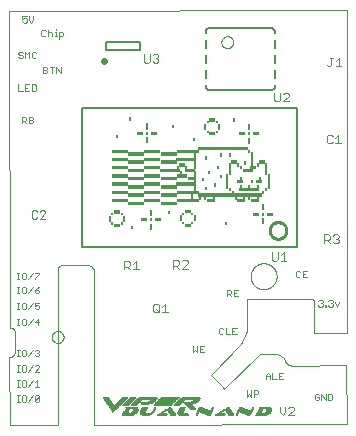
<source format=gto>
G75*
%MOIN*%
%OFA0B0*%
%FSLAX25Y25*%
%IPPOS*%
%LPD*%
%AMOC8*
5,1,8,0,0,1.08239X$1,22.5*
%
%ADD10C,0.00200*%
%ADD11C,0.00000*%
%ADD12C,0.00300*%
%ADD13R,0.00913X0.00114*%
%ADD14R,0.01827X0.00114*%
%ADD15R,0.00457X0.00114*%
%ADD16R,0.05480X0.00114*%
%ADD17R,0.07307X0.00114*%
%ADD18R,0.02740X0.00114*%
%ADD19R,0.05252X0.00114*%
%ADD20R,0.21008X0.00114*%
%ADD21R,0.06394X0.00114*%
%ADD22R,0.03654X0.00114*%
%ADD23R,0.16441X0.00114*%
%ADD24R,0.03400X0.00040*%
%ADD25R,0.02440X0.00040*%
%ADD26R,0.03120X0.00040*%
%ADD27R,0.01920X0.00040*%
%ADD28R,0.02800X0.00040*%
%ADD29R,0.00600X0.00040*%
%ADD30R,0.00760X0.00040*%
%ADD31R,0.03120X0.00040*%
%ADD32R,0.01840X0.00040*%
%ADD33R,0.00760X0.00040*%
%ADD34R,0.03800X0.00040*%
%ADD35R,0.02880X0.00040*%
%ADD36R,0.03320X0.00040*%
%ADD37R,0.02000X0.00040*%
%ADD38R,0.03040X0.00040*%
%ADD39R,0.00720X0.00040*%
%ADD40R,0.01040X0.00040*%
%ADD41R,0.01000X0.00040*%
%ADD42R,0.03880X0.00040*%
%ADD43R,0.03280X0.00040*%
%ADD44R,0.02040X0.00040*%
%ADD45R,0.03160X0.00040*%
%ADD46R,0.01120X0.00040*%
%ADD47R,0.03280X0.00040*%
%ADD48R,0.02040X0.00040*%
%ADD49R,0.03960X0.00040*%
%ADD50R,0.03280X0.00040*%
%ADD51R,0.03240X0.00040*%
%ADD52R,0.02000X0.00040*%
%ADD53R,0.03240X0.00040*%
%ADD54R,0.00720X0.00040*%
%ADD55R,0.01280X0.00040*%
%ADD56R,0.03960X0.00040*%
%ADD57R,0.04040X0.00040*%
%ADD58R,0.03440X0.00040*%
%ADD59R,0.03200X0.00040*%
%ADD60R,0.01400X0.00040*%
%ADD61R,0.04120X0.00040*%
%ADD62R,0.03560X0.00040*%
%ADD63R,0.00720X0.00040*%
%ADD64R,0.01560X0.00040*%
%ADD65R,0.04120X0.00040*%
%ADD66R,0.04160X0.00040*%
%ADD67R,0.03680X0.00040*%
%ADD68R,0.01640X0.00040*%
%ADD69R,0.04200X0.00040*%
%ADD70R,0.03760X0.00040*%
%ADD71R,0.03040X0.00040*%
%ADD72R,0.03520X0.00040*%
%ADD73R,0.01800X0.00040*%
%ADD74R,0.04240X0.00040*%
%ADD75R,0.03840X0.00040*%
%ADD76R,0.03000X0.00040*%
%ADD77R,0.02040X0.00040*%
%ADD78R,0.03560X0.00040*%
%ADD79R,0.00760X0.00040*%
%ADD80R,0.01920X0.00040*%
%ADD81R,0.04280X0.00040*%
%ADD82R,0.03960X0.00040*%
%ADD83R,0.02960X0.00040*%
%ADD84R,0.03600X0.00040*%
%ADD85R,0.02960X0.00040*%
%ADD86R,0.04280X0.00040*%
%ADD87R,0.04000X0.00040*%
%ADD88R,0.02920X0.00040*%
%ADD89R,0.02160X0.00040*%
%ADD90R,0.04320X0.00040*%
%ADD91R,0.01680X0.00040*%
%ADD92R,0.00680X0.00040*%
%ADD93R,0.02080X0.00040*%
%ADD94R,0.03640X0.00040*%
%ADD95R,0.02320X0.00040*%
%ADD96R,0.00680X0.00040*%
%ADD97R,0.01680X0.00040*%
%ADD98R,0.01920X0.00040*%
%ADD99R,0.01760X0.00040*%
%ADD100R,0.01720X0.00040*%
%ADD101R,0.00840X0.00040*%
%ADD102R,0.01760X0.00040*%
%ADD103R,0.00640X0.00040*%
%ADD104R,0.01640X0.00040*%
%ADD105R,0.01720X0.00040*%
%ADD106R,0.00640X0.00040*%
%ADD107R,0.01680X0.00040*%
%ADD108R,0.02560X0.00040*%
%ADD109R,0.00680X0.00040*%
%ADD110R,0.01600X0.00040*%
%ADD111R,0.02680X0.00040*%
%ADD112R,0.00640X0.00040*%
%ADD113R,0.02840X0.00040*%
%ADD114R,0.02080X0.00040*%
%ADD115R,0.01640X0.00040*%
%ADD116R,0.03080X0.00040*%
%ADD117R,0.01680X0.00040*%
%ADD118R,0.01600X0.00040*%
%ADD119R,0.00640X0.00040*%
%ADD120R,0.03200X0.00040*%
%ADD121R,0.03360X0.00040*%
%ADD122R,0.01720X0.00040*%
%ADD123R,0.03480X0.00040*%
%ADD124R,0.03720X0.00040*%
%ADD125R,0.01640X0.00040*%
%ADD126R,0.02080X0.00040*%
%ADD127R,0.03880X0.00040*%
%ADD128R,0.02080X0.00040*%
%ADD129R,0.00080X0.00040*%
%ADD130R,0.00120X0.00040*%
%ADD131R,0.00200X0.00040*%
%ADD132R,0.04240X0.00040*%
%ADD133R,0.00280X0.00040*%
%ADD134R,0.05040X0.00040*%
%ADD135R,0.00320X0.00040*%
%ADD136R,0.01720X0.00040*%
%ADD137R,0.00720X0.00040*%
%ADD138R,0.00600X0.00040*%
%ADD139R,0.05040X0.00040*%
%ADD140R,0.02040X0.00040*%
%ADD141R,0.00400X0.00040*%
%ADD142R,0.00480X0.00040*%
%ADD143R,0.00520X0.00040*%
%ADD144R,0.05040X0.00040*%
%ADD145R,0.01760X0.00040*%
%ADD146R,0.00800X0.00040*%
%ADD147R,0.00880X0.00040*%
%ADD148R,0.00920X0.00040*%
%ADD149R,0.01000X0.00040*%
%ADD150R,0.04080X0.00040*%
%ADD151R,0.01080X0.00040*%
%ADD152R,0.03920X0.00040*%
%ADD153R,0.02760X0.00040*%
%ADD154R,0.03840X0.00040*%
%ADD155R,0.01200X0.00040*%
%ADD156R,0.02640X0.00040*%
%ADD157R,0.03680X0.00040*%
%ADD158R,0.01280X0.00040*%
%ADD159R,0.02520X0.00040*%
%ADD160R,0.01360X0.00040*%
%ADD161R,0.02480X0.00040*%
%ADD162R,0.03400X0.00040*%
%ADD163R,0.02440X0.00040*%
%ADD164R,0.02360X0.00040*%
%ADD165R,0.03320X0.00040*%
%ADD166R,0.02360X0.00040*%
%ADD167R,0.01480X0.00040*%
%ADD168R,0.02240X0.00040*%
%ADD169R,0.03160X0.00040*%
%ADD170R,0.02240X0.00040*%
%ADD171R,0.02200X0.00040*%
%ADD172R,0.02160X0.00040*%
%ADD173R,0.02880X0.00040*%
%ADD174R,0.01960X0.00040*%
%ADD175R,0.01520X0.00040*%
%ADD176R,0.02800X0.00040*%
%ADD177R,0.01880X0.00040*%
%ADD178R,0.01880X0.00040*%
%ADD179R,0.01960X0.00040*%
%ADD180R,0.02280X0.00040*%
%ADD181R,0.04320X0.00040*%
%ADD182R,0.02120X0.00040*%
%ADD183R,0.01480X0.00040*%
%ADD184R,0.04320X0.00040*%
%ADD185R,0.01360X0.00040*%
%ADD186R,0.01840X0.00040*%
%ADD187R,0.01320X0.00040*%
%ADD188R,0.01240X0.00040*%
%ADD189R,0.02280X0.00040*%
%ADD190R,0.01080X0.00040*%
%ADD191R,0.02360X0.00040*%
%ADD192R,0.04040X0.00040*%
%ADD193R,0.02440X0.00040*%
%ADD194R,0.00920X0.00040*%
%ADD195R,0.02480X0.00040*%
%ADD196R,0.00840X0.00040*%
%ADD197R,0.03920X0.00040*%
%ADD198R,0.02560X0.00040*%
%ADD199R,0.03840X0.00040*%
%ADD200R,0.00960X0.00040*%
%ADD201R,0.02680X0.00040*%
%ADD202R,0.03480X0.00040*%
%ADD203R,0.01560X0.00040*%
%ADD204R,0.00560X0.00040*%
%ADD205R,0.00760X0.00040*%
%ADD206R,0.00680X0.00040*%
%ADD207R,0.00480X0.00040*%
%ADD208R,0.00840X0.00040*%
%ADD209R,0.03480X0.00040*%
%ADD210R,0.02840X0.00040*%
%ADD211R,0.03040X0.00040*%
%ADD212R,0.03240X0.00040*%
%ADD213R,0.03360X0.00040*%
%ADD214R,0.03480X0.00040*%
%ADD215R,0.03680X0.00040*%
%ADD216R,0.05360X0.00040*%
%ADD217R,0.01480X0.00040*%
%ADD218R,0.01800X0.00040*%
%ADD219R,0.05720X0.00040*%
%ADD220R,0.05840X0.00040*%
%ADD221R,0.05960X0.00040*%
%ADD222R,0.06000X0.00040*%
%ADD223R,0.06080X0.00040*%
%ADD224R,0.01880X0.00040*%
%ADD225R,0.06120X0.00040*%
%ADD226R,0.01920X0.00040*%
%ADD227R,0.06160X0.00040*%
%ADD228R,0.06200X0.00040*%
%ADD229R,0.06240X0.00040*%
%ADD230R,0.02400X0.00040*%
%ADD231R,0.06240X0.00040*%
%ADD232R,0.06280X0.00040*%
%ADD233R,0.03240X0.00040*%
%ADD234R,0.06280X0.00040*%
%ADD235R,0.03360X0.00040*%
%ADD236R,0.04040X0.00040*%
%ADD237R,0.04360X0.00040*%
%ADD238R,0.04440X0.00040*%
%ADD239R,0.04520X0.00040*%
%ADD240R,0.04400X0.00040*%
%ADD241R,0.04520X0.00040*%
%ADD242R,0.01960X0.00040*%
%ADD243R,0.04560X0.00040*%
%ADD244R,0.04120X0.00040*%
%ADD245R,0.06320X0.00040*%
%ADD246R,0.02120X0.00040*%
%ADD247R,0.06320X0.00040*%
%ADD248R,0.06320X0.00040*%
%ADD249R,0.06240X0.00040*%
%ADD250R,0.01760X0.00040*%
%ADD251R,0.06760X0.00040*%
%ADD252R,0.06640X0.00040*%
%ADD253R,0.06720X0.00040*%
%ADD254R,0.06720X0.00040*%
%ADD255R,0.06280X0.00040*%
%ADD256R,0.06640X0.00040*%
%ADD257R,0.06680X0.00040*%
%ADD258R,0.06600X0.00040*%
%ADD259R,0.06680X0.00040*%
%ADD260R,0.06640X0.00040*%
%ADD261R,0.06560X0.00040*%
%ADD262R,0.06560X0.00040*%
%ADD263R,0.06600X0.00040*%
%ADD264R,0.06520X0.00040*%
%ADD265R,0.06480X0.00040*%
%ADD266R,0.06520X0.00040*%
%ADD267R,0.06440X0.00040*%
%ADD268R,0.06160X0.00040*%
%ADD269R,0.06400X0.00040*%
%ADD270R,0.06120X0.00040*%
%ADD271R,0.06360X0.00040*%
%ADD272R,0.06080X0.00040*%
%ADD273R,0.06040X0.00040*%
%ADD274R,0.05920X0.00040*%
%ADD275R,0.05600X0.00040*%
%ADD276R,0.05760X0.00040*%
%ADD277R,0.05680X0.00040*%
%ADD278R,0.00440X0.00040*%
%ADD279R,0.02240X0.00040*%
%ADD280C,0.00600*%
%ADD281C,0.00500*%
%ADD282C,0.01200*%
%ADD283C,0.00800*%
%ADD284C,0.01063*%
D10*
X0007139Y0006452D02*
X0023169Y0006452D01*
X0023164Y0006446D02*
X0023231Y0058499D01*
X0023243Y0058575D01*
X0023260Y0058651D01*
X0023280Y0058725D01*
X0023304Y0058799D01*
X0023332Y0058871D01*
X0023363Y0058942D01*
X0023398Y0059011D01*
X0023436Y0059079D01*
X0023478Y0059144D01*
X0023523Y0059207D01*
X0023571Y0059268D01*
X0023622Y0059326D01*
X0023676Y0059381D01*
X0023733Y0059434D01*
X0023792Y0059484D01*
X0023854Y0059531D01*
X0023918Y0059574D01*
X0023984Y0059614D01*
X0024053Y0059651D01*
X0024123Y0059685D01*
X0024194Y0059714D01*
X0024267Y0059740D01*
X0024341Y0059763D01*
X0024416Y0059781D01*
X0024493Y0059796D01*
X0024569Y0059807D01*
X0024646Y0059814D01*
X0024724Y0059817D01*
X0024801Y0059816D01*
X0024879Y0059811D01*
X0024956Y0059802D01*
X0024950Y0059801D02*
X0033087Y0059799D01*
X0033062Y0059803D02*
X0033151Y0059807D01*
X0033241Y0059806D01*
X0033330Y0059802D01*
X0033419Y0059794D01*
X0033508Y0059782D01*
X0033596Y0059766D01*
X0033683Y0059747D01*
X0033769Y0059723D01*
X0033854Y0059696D01*
X0033938Y0059666D01*
X0034021Y0059631D01*
X0034102Y0059593D01*
X0034181Y0059552D01*
X0034258Y0059507D01*
X0034333Y0059458D01*
X0034406Y0059407D01*
X0034477Y0059352D01*
X0034545Y0059295D01*
X0034611Y0059234D01*
X0034674Y0059171D01*
X0034734Y0059105D01*
X0034792Y0059036D01*
X0034846Y0058965D01*
X0034897Y0058891D01*
X0034945Y0058816D01*
X0034989Y0058738D01*
X0035030Y0058659D01*
X0035068Y0058578D01*
X0035102Y0058495D01*
X0035132Y0058411D01*
X0035159Y0058326D01*
X0035182Y0058239D01*
X0035201Y0058152D01*
X0035216Y0058064D01*
X0035227Y0057975D01*
X0035235Y0057886D01*
X0035201Y0006565D01*
X0035202Y0006565D02*
X0119531Y0006905D01*
X0119534Y0006905D02*
X0119427Y0026460D01*
X0119429Y0026459D02*
X0101408Y0026325D01*
X0101537Y0026337D02*
X0101435Y0026332D01*
X0101334Y0026331D01*
X0101233Y0026334D01*
X0101132Y0026340D01*
X0101031Y0026351D01*
X0100931Y0026365D01*
X0100831Y0026383D01*
X0100732Y0026405D01*
X0100634Y0026430D01*
X0100537Y0026460D01*
X0100441Y0026493D01*
X0100347Y0026530D01*
X0100254Y0026570D01*
X0100162Y0026614D01*
X0100073Y0026661D01*
X0099985Y0026712D01*
X0099899Y0026766D01*
X0099816Y0026823D01*
X0099734Y0026883D01*
X0099655Y0026947D01*
X0099579Y0027013D01*
X0099505Y0027083D01*
X0099434Y0027155D01*
X0099365Y0027230D01*
X0099300Y0027307D01*
X0099238Y0027387D01*
X0099178Y0027469D01*
X0099122Y0027553D01*
X0099069Y0027640D01*
X0099020Y0027728D01*
X0098974Y0027818D01*
X0098931Y0027910D01*
X0098892Y0028004D01*
X0098857Y0028099D01*
X0098825Y0028195D01*
X0098797Y0028292D01*
X0098773Y0028391D01*
X0098752Y0028490D01*
X0098735Y0028590D01*
X0098722Y0028690D01*
X0098713Y0028791D01*
X0098712Y0028794D02*
X0096565Y0030344D01*
X0090592Y0030344D01*
X0078779Y0018497D01*
X0078242Y0019068D01*
X0074584Y0022726D01*
X0074450Y0023162D01*
X0074451Y0023163D02*
X0084350Y0033532D01*
X0086263Y0037895D01*
X0086296Y0048566D01*
X0096532Y0048533D01*
X0101069Y0048535D01*
X0101061Y0048532D02*
X0107339Y0048579D01*
X0107334Y0048579D02*
X0107397Y0048594D01*
X0107461Y0048606D01*
X0107526Y0048615D01*
X0107591Y0048619D01*
X0107656Y0048620D01*
X0107721Y0048617D01*
X0107786Y0048610D01*
X0107850Y0048599D01*
X0107913Y0048585D01*
X0107976Y0048567D01*
X0108037Y0048546D01*
X0108097Y0048520D01*
X0108156Y0048492D01*
X0108213Y0048460D01*
X0108267Y0048425D01*
X0108320Y0048387D01*
X0108370Y0048345D01*
X0108418Y0048301D01*
X0108463Y0048254D01*
X0108506Y0048205D01*
X0108545Y0048153D01*
X0108582Y0048099D01*
X0108615Y0048043D01*
X0108645Y0047985D01*
X0108671Y0047926D01*
X0108694Y0047865D01*
X0108714Y0047803D01*
X0108711Y0047810D02*
X0108714Y0037240D01*
X0119623Y0037292D01*
X0119623Y0037293D02*
X0119529Y0144834D01*
X0119528Y0144834D02*
X0006889Y0144555D01*
X0006890Y0144557D02*
X0007149Y0039040D01*
X0007149Y0039045D02*
X0007226Y0039052D01*
X0007303Y0039055D01*
X0007380Y0039054D01*
X0007457Y0039050D01*
X0007533Y0039042D01*
X0007610Y0039030D01*
X0007685Y0039014D01*
X0007760Y0038995D01*
X0007833Y0038972D01*
X0007906Y0038945D01*
X0007976Y0038915D01*
X0008046Y0038882D01*
X0008114Y0038845D01*
X0008179Y0038805D01*
X0008243Y0038761D01*
X0008305Y0038715D01*
X0008364Y0038666D01*
X0008420Y0038614D01*
X0008475Y0038559D01*
X0008526Y0038501D01*
X0008574Y0038441D01*
X0008620Y0038379D01*
X0008662Y0038315D01*
X0008701Y0038248D01*
X0008737Y0038180D01*
X0008769Y0038110D01*
X0008798Y0038039D01*
X0008824Y0037966D01*
X0008845Y0037892D01*
X0008864Y0037817D01*
X0008878Y0037741D01*
X0008889Y0037665D01*
X0008889Y0031065D01*
X0009743Y0031582D02*
X0010477Y0031582D01*
X0010110Y0031582D02*
X0010110Y0029380D01*
X0009743Y0029380D02*
X0010477Y0029380D01*
X0011216Y0029747D02*
X0011583Y0029380D01*
X0012317Y0029380D01*
X0012684Y0029747D01*
X0012684Y0031215D01*
X0012317Y0031582D01*
X0011583Y0031582D01*
X0011216Y0031215D01*
X0011216Y0029747D01*
X0013426Y0029380D02*
X0014894Y0031582D01*
X0015636Y0031215D02*
X0016003Y0031582D01*
X0016737Y0031582D01*
X0017104Y0031215D01*
X0017104Y0030848D01*
X0016737Y0030481D01*
X0017104Y0030114D01*
X0017104Y0029747D01*
X0016737Y0029380D01*
X0016003Y0029380D01*
X0015636Y0029747D01*
X0016370Y0030481D02*
X0016737Y0030481D01*
X0016737Y0026482D02*
X0016003Y0026482D01*
X0015636Y0026115D01*
X0014894Y0026482D02*
X0013426Y0024280D01*
X0012684Y0024647D02*
X0012684Y0026115D01*
X0012317Y0026482D01*
X0011583Y0026482D01*
X0011216Y0026115D01*
X0011216Y0024647D01*
X0011583Y0024280D01*
X0012317Y0024280D01*
X0012684Y0024647D01*
X0010477Y0024280D02*
X0009743Y0024280D01*
X0010110Y0024280D02*
X0010110Y0026482D01*
X0009743Y0026482D02*
X0010477Y0026482D01*
X0007183Y0029160D02*
X0007154Y0029160D01*
X0007149Y0029145D02*
X0007119Y0029145D01*
X0007123Y0029141D02*
X0007162Y0006458D01*
X0009743Y0014320D02*
X0010477Y0014320D01*
X0010110Y0014320D02*
X0010110Y0016522D01*
X0009743Y0016522D02*
X0010477Y0016522D01*
X0011216Y0016155D02*
X0011583Y0016522D01*
X0012317Y0016522D01*
X0012684Y0016155D01*
X0012684Y0014687D01*
X0012317Y0014320D01*
X0011583Y0014320D01*
X0011216Y0014687D01*
X0011216Y0016155D01*
X0013426Y0014320D02*
X0014894Y0016522D01*
X0015636Y0016155D02*
X0016003Y0016522D01*
X0016737Y0016522D01*
X0017104Y0016155D01*
X0015636Y0014687D01*
X0016003Y0014320D01*
X0016737Y0014320D01*
X0017104Y0014687D01*
X0017104Y0016155D01*
X0015636Y0016155D02*
X0015636Y0014687D01*
X0015636Y0019300D02*
X0017104Y0019300D01*
X0016370Y0019300D02*
X0016370Y0021502D01*
X0015636Y0020768D01*
X0014894Y0021502D02*
X0013426Y0019300D01*
X0012684Y0019667D02*
X0012317Y0019300D01*
X0011583Y0019300D01*
X0011216Y0019667D01*
X0011216Y0021135D01*
X0011583Y0021502D01*
X0012317Y0021502D01*
X0012684Y0021135D01*
X0012684Y0019667D01*
X0010477Y0019300D02*
X0009743Y0019300D01*
X0010110Y0019300D02*
X0010110Y0021502D01*
X0009743Y0021502D02*
X0010477Y0021502D01*
X0015636Y0024280D02*
X0017104Y0025748D01*
X0017104Y0026115D01*
X0016737Y0026482D01*
X0017104Y0024280D02*
X0015636Y0024280D01*
X0008889Y0031065D02*
X0008891Y0030980D01*
X0008889Y0030896D01*
X0008884Y0030811D01*
X0008874Y0030727D01*
X0008861Y0030644D01*
X0008844Y0030561D01*
X0008823Y0030479D01*
X0008798Y0030398D01*
X0008769Y0030318D01*
X0008737Y0030240D01*
X0008701Y0030163D01*
X0008662Y0030088D01*
X0008619Y0030015D01*
X0008573Y0029944D01*
X0008524Y0029875D01*
X0008472Y0029809D01*
X0008416Y0029745D01*
X0008358Y0029683D01*
X0008297Y0029625D01*
X0008234Y0029569D01*
X0008167Y0029516D01*
X0008099Y0029467D01*
X0008028Y0029420D01*
X0007955Y0029377D01*
X0007880Y0029337D01*
X0007804Y0029301D01*
X0007726Y0029269D01*
X0007646Y0029240D01*
X0007566Y0029214D01*
X0007484Y0029193D01*
X0007401Y0029175D01*
X0007317Y0029161D01*
X0007233Y0029151D01*
X0007149Y0029145D01*
X0009713Y0039820D02*
X0010447Y0039820D01*
X0010080Y0039820D02*
X0010080Y0042022D01*
X0009713Y0042022D02*
X0010447Y0042022D01*
X0011186Y0041655D02*
X0011553Y0042022D01*
X0012287Y0042022D01*
X0012654Y0041655D01*
X0012654Y0040187D01*
X0012287Y0039820D01*
X0011553Y0039820D01*
X0011186Y0040187D01*
X0011186Y0041655D01*
X0013396Y0039820D02*
X0014864Y0042022D01*
X0015606Y0040921D02*
X0017074Y0040921D01*
X0016707Y0039820D02*
X0016707Y0042022D01*
X0015606Y0040921D01*
X0015943Y0045160D02*
X0015576Y0045527D01*
X0015943Y0045160D02*
X0016677Y0045160D01*
X0017044Y0045527D01*
X0017044Y0046261D01*
X0016677Y0046628D01*
X0016310Y0046628D01*
X0015576Y0046261D01*
X0015576Y0047362D01*
X0017044Y0047362D01*
X0014834Y0047362D02*
X0013366Y0045160D01*
X0012624Y0045527D02*
X0012624Y0046995D01*
X0012257Y0047362D01*
X0011523Y0047362D01*
X0011156Y0046995D01*
X0011156Y0045527D01*
X0011523Y0045160D01*
X0012257Y0045160D01*
X0012624Y0045527D01*
X0010417Y0045160D02*
X0009683Y0045160D01*
X0010050Y0045160D02*
X0010050Y0047362D01*
X0009683Y0047362D02*
X0010417Y0047362D01*
X0010417Y0050470D02*
X0009683Y0050470D01*
X0010050Y0050470D02*
X0010050Y0052672D01*
X0009683Y0052672D02*
X0010417Y0052672D01*
X0011156Y0052305D02*
X0011523Y0052672D01*
X0012257Y0052672D01*
X0012624Y0052305D01*
X0012624Y0050837D01*
X0012257Y0050470D01*
X0011523Y0050470D01*
X0011156Y0050837D01*
X0011156Y0052305D01*
X0013366Y0050470D02*
X0014834Y0052672D01*
X0015576Y0051571D02*
X0016677Y0051571D01*
X0017044Y0051204D01*
X0017044Y0050837D01*
X0016677Y0050470D01*
X0015943Y0050470D01*
X0015576Y0050837D01*
X0015576Y0051571D01*
X0016310Y0052305D01*
X0017044Y0052672D01*
X0015606Y0055090D02*
X0015606Y0055457D01*
X0017074Y0056925D01*
X0017074Y0057292D01*
X0015606Y0057292D01*
X0014864Y0057292D02*
X0013396Y0055090D01*
X0012654Y0055457D02*
X0012287Y0055090D01*
X0011553Y0055090D01*
X0011186Y0055457D01*
X0011186Y0056925D01*
X0011553Y0057292D01*
X0012287Y0057292D01*
X0012654Y0056925D01*
X0012654Y0055457D01*
X0010447Y0055090D02*
X0009713Y0055090D01*
X0010080Y0055090D02*
X0010080Y0057292D01*
X0009713Y0057292D02*
X0010447Y0057292D01*
X0014945Y0075280D02*
X0015880Y0075280D01*
X0016347Y0075747D01*
X0017241Y0075280D02*
X0019109Y0077148D01*
X0019109Y0077615D01*
X0018642Y0078082D01*
X0017708Y0078082D01*
X0017241Y0077615D01*
X0016347Y0077615D02*
X0015880Y0078082D01*
X0014945Y0078082D01*
X0014478Y0077615D01*
X0014478Y0075747D01*
X0014945Y0075280D01*
X0017241Y0075280D02*
X0019109Y0075280D01*
X0014592Y0107168D02*
X0013491Y0107168D01*
X0013491Y0109370D01*
X0014592Y0109370D01*
X0014959Y0109003D01*
X0014959Y0108636D01*
X0014592Y0108269D01*
X0013491Y0108269D01*
X0012749Y0108269D02*
X0012382Y0107902D01*
X0011281Y0107902D01*
X0011281Y0107168D02*
X0011281Y0109370D01*
X0012382Y0109370D01*
X0012749Y0109003D01*
X0012749Y0108269D01*
X0012015Y0107902D02*
X0012749Y0107168D01*
X0014592Y0107168D02*
X0014959Y0107535D01*
X0014959Y0107902D01*
X0014592Y0108269D01*
X0014484Y0117846D02*
X0015585Y0117846D01*
X0015952Y0118213D01*
X0015952Y0119681D01*
X0015585Y0120048D01*
X0014484Y0120048D01*
X0014484Y0117846D01*
X0013742Y0117846D02*
X0012274Y0117846D01*
X0012274Y0120048D01*
X0013742Y0120048D01*
X0013008Y0118947D02*
X0012274Y0118947D01*
X0011532Y0117846D02*
X0010064Y0117846D01*
X0010064Y0120048D01*
X0010470Y0128730D02*
X0010103Y0129097D01*
X0010470Y0128730D02*
X0011204Y0128730D01*
X0011571Y0129097D01*
X0011571Y0129464D01*
X0011204Y0129831D01*
X0010470Y0129831D01*
X0010103Y0130198D01*
X0010103Y0130564D01*
X0010470Y0130931D01*
X0011204Y0130931D01*
X0011571Y0130564D01*
X0012313Y0130931D02*
X0013047Y0130198D01*
X0013781Y0130931D01*
X0013781Y0128730D01*
X0014523Y0129097D02*
X0014890Y0128730D01*
X0015624Y0128730D01*
X0015991Y0129097D01*
X0015991Y0130564D02*
X0015624Y0130931D01*
X0014890Y0130931D01*
X0014523Y0130564D01*
X0014523Y0129097D01*
X0012313Y0128730D02*
X0012313Y0130931D01*
X0018260Y0125967D02*
X0019361Y0125967D01*
X0019728Y0125600D01*
X0019728Y0125233D01*
X0019361Y0124866D01*
X0018260Y0124866D01*
X0018260Y0123765D02*
X0019361Y0123765D01*
X0019728Y0124132D01*
X0019728Y0124499D01*
X0019361Y0124866D01*
X0018260Y0123765D02*
X0018260Y0125967D01*
X0020470Y0125967D02*
X0021938Y0125967D01*
X0021204Y0125967D02*
X0021204Y0123765D01*
X0022680Y0123765D02*
X0022680Y0125967D01*
X0024148Y0123765D01*
X0024148Y0125967D01*
X0023634Y0135357D02*
X0023634Y0137559D01*
X0024735Y0137559D01*
X0025102Y0137192D01*
X0025102Y0136458D01*
X0024735Y0136091D01*
X0023634Y0136091D01*
X0022895Y0136091D02*
X0022161Y0136091D01*
X0022528Y0136091D02*
X0022528Y0137559D01*
X0022161Y0137559D01*
X0022528Y0138293D02*
X0022528Y0138660D01*
X0021419Y0137192D02*
X0021419Y0136091D01*
X0021419Y0137192D02*
X0021052Y0137559D01*
X0020318Y0137559D01*
X0019951Y0137192D01*
X0019209Y0137926D02*
X0018842Y0138293D01*
X0018108Y0138293D01*
X0017741Y0137926D01*
X0017741Y0136458D01*
X0018108Y0136091D01*
X0018842Y0136091D01*
X0019209Y0136458D01*
X0019951Y0136091D02*
X0019951Y0138293D01*
X0015124Y0141439D02*
X0015124Y0142907D01*
X0013656Y0142907D02*
X0013656Y0141439D01*
X0014390Y0140705D01*
X0015124Y0141439D01*
X0012915Y0141072D02*
X0012548Y0140705D01*
X0011814Y0140705D01*
X0011447Y0141072D01*
X0011447Y0141806D02*
X0012181Y0142173D01*
X0012548Y0142173D01*
X0012915Y0141806D01*
X0012915Y0141072D01*
X0011447Y0141806D02*
X0011447Y0142907D01*
X0012915Y0142907D01*
X0077745Y0134169D02*
X0077747Y0134257D01*
X0077753Y0134345D01*
X0077763Y0134433D01*
X0077777Y0134521D01*
X0077794Y0134607D01*
X0077816Y0134693D01*
X0077841Y0134777D01*
X0077871Y0134861D01*
X0077903Y0134943D01*
X0077940Y0135023D01*
X0077980Y0135102D01*
X0078024Y0135179D01*
X0078071Y0135254D01*
X0078121Y0135326D01*
X0078175Y0135397D01*
X0078231Y0135464D01*
X0078291Y0135530D01*
X0078353Y0135592D01*
X0078419Y0135652D01*
X0078486Y0135708D01*
X0078557Y0135762D01*
X0078629Y0135812D01*
X0078704Y0135859D01*
X0078781Y0135903D01*
X0078860Y0135943D01*
X0078940Y0135980D01*
X0079022Y0136012D01*
X0079106Y0136042D01*
X0079190Y0136067D01*
X0079276Y0136089D01*
X0079362Y0136106D01*
X0079450Y0136120D01*
X0079538Y0136130D01*
X0079626Y0136136D01*
X0079714Y0136138D01*
X0079802Y0136136D01*
X0079890Y0136130D01*
X0079978Y0136120D01*
X0080066Y0136106D01*
X0080152Y0136089D01*
X0080238Y0136067D01*
X0080322Y0136042D01*
X0080406Y0136012D01*
X0080488Y0135980D01*
X0080568Y0135943D01*
X0080647Y0135903D01*
X0080724Y0135859D01*
X0080799Y0135812D01*
X0080871Y0135762D01*
X0080942Y0135708D01*
X0081009Y0135652D01*
X0081075Y0135592D01*
X0081137Y0135530D01*
X0081197Y0135464D01*
X0081253Y0135397D01*
X0081307Y0135326D01*
X0081357Y0135254D01*
X0081404Y0135179D01*
X0081448Y0135102D01*
X0081488Y0135023D01*
X0081525Y0134943D01*
X0081557Y0134861D01*
X0081587Y0134777D01*
X0081612Y0134693D01*
X0081634Y0134607D01*
X0081651Y0134521D01*
X0081665Y0134433D01*
X0081675Y0134345D01*
X0081681Y0134257D01*
X0081683Y0134169D01*
X0081681Y0134081D01*
X0081675Y0133993D01*
X0081665Y0133905D01*
X0081651Y0133817D01*
X0081634Y0133731D01*
X0081612Y0133645D01*
X0081587Y0133561D01*
X0081557Y0133477D01*
X0081525Y0133395D01*
X0081488Y0133315D01*
X0081448Y0133236D01*
X0081404Y0133159D01*
X0081357Y0133084D01*
X0081307Y0133012D01*
X0081253Y0132941D01*
X0081197Y0132874D01*
X0081137Y0132808D01*
X0081075Y0132746D01*
X0081009Y0132686D01*
X0080942Y0132630D01*
X0080871Y0132576D01*
X0080799Y0132526D01*
X0080724Y0132479D01*
X0080647Y0132435D01*
X0080568Y0132395D01*
X0080488Y0132358D01*
X0080406Y0132326D01*
X0080322Y0132296D01*
X0080238Y0132271D01*
X0080152Y0132249D01*
X0080066Y0132232D01*
X0079978Y0132218D01*
X0079890Y0132208D01*
X0079802Y0132202D01*
X0079714Y0132200D01*
X0079626Y0132202D01*
X0079538Y0132208D01*
X0079450Y0132218D01*
X0079362Y0132232D01*
X0079276Y0132249D01*
X0079190Y0132271D01*
X0079106Y0132296D01*
X0079022Y0132326D01*
X0078940Y0132358D01*
X0078860Y0132395D01*
X0078781Y0132435D01*
X0078704Y0132479D01*
X0078629Y0132526D01*
X0078557Y0132576D01*
X0078486Y0132630D01*
X0078419Y0132686D01*
X0078353Y0132746D01*
X0078291Y0132808D01*
X0078231Y0132874D01*
X0078175Y0132941D01*
X0078121Y0133012D01*
X0078071Y0133084D01*
X0078024Y0133159D01*
X0077980Y0133236D01*
X0077940Y0133315D01*
X0077903Y0133395D01*
X0077871Y0133477D01*
X0077841Y0133561D01*
X0077816Y0133645D01*
X0077794Y0133731D01*
X0077777Y0133817D01*
X0077763Y0133905D01*
X0077753Y0133993D01*
X0077747Y0134081D01*
X0077745Y0134169D01*
X0112943Y0102755D02*
X0112943Y0100887D01*
X0113410Y0100420D01*
X0114344Y0100420D01*
X0114811Y0100887D01*
X0115705Y0100420D02*
X0117574Y0100420D01*
X0116640Y0100420D02*
X0116640Y0103222D01*
X0115705Y0102288D01*
X0114811Y0102755D02*
X0114344Y0103222D01*
X0113410Y0103222D01*
X0112943Y0102755D01*
X0106313Y0057929D02*
X0104845Y0057929D01*
X0104845Y0055727D01*
X0106313Y0055727D01*
X0105579Y0056828D02*
X0104845Y0056828D01*
X0104103Y0057562D02*
X0103736Y0057929D01*
X0103002Y0057929D01*
X0102635Y0057562D01*
X0102635Y0056094D01*
X0103002Y0055727D01*
X0103736Y0055727D01*
X0104103Y0056094D01*
X0110449Y0048246D02*
X0111183Y0048246D01*
X0111550Y0047879D01*
X0111550Y0047512D01*
X0111183Y0047145D01*
X0111550Y0046778D01*
X0111550Y0046411D01*
X0111183Y0046044D01*
X0110449Y0046044D01*
X0110082Y0046411D01*
X0110816Y0047145D02*
X0111183Y0047145D01*
X0110082Y0047879D02*
X0110449Y0048246D01*
X0112292Y0046411D02*
X0112659Y0046411D01*
X0112659Y0046044D01*
X0112292Y0046044D01*
X0112292Y0046411D01*
X0113397Y0046411D02*
X0113764Y0046044D01*
X0114498Y0046044D01*
X0114865Y0046411D01*
X0114865Y0046778D01*
X0114498Y0047145D01*
X0114131Y0047145D01*
X0114498Y0047145D02*
X0114865Y0047512D01*
X0114865Y0047879D01*
X0114498Y0048246D01*
X0113764Y0048246D01*
X0113397Y0047879D01*
X0115607Y0047512D02*
X0116341Y0046044D01*
X0117075Y0047512D01*
X0098425Y0023937D02*
X0096957Y0023937D01*
X0096957Y0021735D01*
X0098425Y0021735D01*
X0097691Y0022836D02*
X0096957Y0022836D01*
X0096215Y0021735D02*
X0094747Y0021735D01*
X0094747Y0023937D01*
X0094005Y0023203D02*
X0094005Y0021735D01*
X0094005Y0022836D02*
X0092537Y0022836D01*
X0092537Y0023203D02*
X0093271Y0023937D01*
X0094005Y0023203D01*
X0092537Y0023203D02*
X0092537Y0021735D01*
X0089614Y0018237D02*
X0089981Y0017870D01*
X0089981Y0017136D01*
X0089614Y0016769D01*
X0088513Y0016769D01*
X0088513Y0016035D02*
X0088513Y0018237D01*
X0089614Y0018237D01*
X0087771Y0018237D02*
X0087771Y0016035D01*
X0087037Y0016769D01*
X0086303Y0016035D01*
X0086303Y0018237D01*
X0071938Y0030793D02*
X0070471Y0030793D01*
X0070471Y0032994D01*
X0071938Y0032994D01*
X0071204Y0031894D02*
X0070471Y0031894D01*
X0069729Y0032994D02*
X0069729Y0030793D01*
X0068995Y0031527D01*
X0068261Y0030793D01*
X0068261Y0032994D01*
X0076921Y0037111D02*
X0077288Y0036744D01*
X0078022Y0036744D01*
X0078389Y0037111D01*
X0079131Y0036744D02*
X0080599Y0036744D01*
X0081341Y0036744D02*
X0082809Y0036744D01*
X0082075Y0037845D02*
X0081341Y0037845D01*
X0081341Y0038946D02*
X0081341Y0036744D01*
X0079131Y0036744D02*
X0079131Y0038946D01*
X0078389Y0038579D02*
X0078022Y0038946D01*
X0077288Y0038946D01*
X0076921Y0038579D01*
X0076921Y0037111D01*
X0081341Y0038946D02*
X0082809Y0038946D01*
X0083330Y0049451D02*
X0081862Y0049451D01*
X0081862Y0051653D01*
X0083330Y0051653D01*
X0082596Y0050552D02*
X0081862Y0050552D01*
X0081120Y0050552D02*
X0080753Y0050185D01*
X0079653Y0050185D01*
X0080386Y0050185D02*
X0081120Y0049451D01*
X0081120Y0050552D02*
X0081120Y0051286D01*
X0080753Y0051653D01*
X0079653Y0051653D01*
X0079653Y0049451D01*
X0109249Y0016968D02*
X0108882Y0016601D01*
X0108882Y0015134D01*
X0109249Y0014767D01*
X0109983Y0014767D01*
X0110350Y0015134D01*
X0110350Y0015868D01*
X0109616Y0015868D01*
X0110350Y0016601D02*
X0109983Y0016968D01*
X0109249Y0016968D01*
X0111092Y0016968D02*
X0112560Y0014767D01*
X0112560Y0016968D01*
X0113302Y0016968D02*
X0114403Y0016968D01*
X0114770Y0016601D01*
X0114770Y0015134D01*
X0114403Y0014767D01*
X0113302Y0014767D01*
X0113302Y0016968D01*
X0111092Y0016968D02*
X0111092Y0014767D01*
D11*
X0087502Y0056126D02*
X0087504Y0056257D01*
X0087510Y0056389D01*
X0087520Y0056520D01*
X0087534Y0056651D01*
X0087552Y0056781D01*
X0087574Y0056910D01*
X0087599Y0057039D01*
X0087629Y0057167D01*
X0087663Y0057294D01*
X0087700Y0057421D01*
X0087741Y0057545D01*
X0087786Y0057669D01*
X0087835Y0057791D01*
X0087887Y0057912D01*
X0087943Y0058030D01*
X0088003Y0058148D01*
X0088066Y0058263D01*
X0088133Y0058376D01*
X0088203Y0058488D01*
X0088276Y0058597D01*
X0088352Y0058703D01*
X0088432Y0058808D01*
X0088515Y0058910D01*
X0088601Y0059009D01*
X0088690Y0059106D01*
X0088782Y0059200D01*
X0088877Y0059291D01*
X0088974Y0059380D01*
X0089074Y0059465D01*
X0089177Y0059547D01*
X0089282Y0059626D01*
X0089389Y0059702D01*
X0089499Y0059774D01*
X0089611Y0059843D01*
X0089725Y0059909D01*
X0089840Y0059971D01*
X0089958Y0060030D01*
X0090077Y0060085D01*
X0090198Y0060137D01*
X0090321Y0060184D01*
X0090445Y0060228D01*
X0090570Y0060269D01*
X0090696Y0060305D01*
X0090824Y0060338D01*
X0090952Y0060366D01*
X0091081Y0060391D01*
X0091211Y0060412D01*
X0091341Y0060429D01*
X0091472Y0060442D01*
X0091603Y0060451D01*
X0091734Y0060456D01*
X0091866Y0060457D01*
X0091997Y0060454D01*
X0092129Y0060447D01*
X0092260Y0060436D01*
X0092390Y0060421D01*
X0092520Y0060402D01*
X0092650Y0060379D01*
X0092778Y0060353D01*
X0092906Y0060322D01*
X0093033Y0060287D01*
X0093159Y0060249D01*
X0093283Y0060207D01*
X0093407Y0060161D01*
X0093528Y0060111D01*
X0093648Y0060058D01*
X0093767Y0060001D01*
X0093884Y0059941D01*
X0093998Y0059877D01*
X0094111Y0059809D01*
X0094222Y0059738D01*
X0094331Y0059664D01*
X0094437Y0059587D01*
X0094541Y0059506D01*
X0094642Y0059423D01*
X0094741Y0059336D01*
X0094837Y0059246D01*
X0094930Y0059153D01*
X0095021Y0059058D01*
X0095108Y0058960D01*
X0095193Y0058859D01*
X0095274Y0058756D01*
X0095352Y0058650D01*
X0095427Y0058542D01*
X0095499Y0058432D01*
X0095567Y0058320D01*
X0095632Y0058206D01*
X0095693Y0058089D01*
X0095751Y0057971D01*
X0095805Y0057851D01*
X0095856Y0057730D01*
X0095903Y0057607D01*
X0095946Y0057483D01*
X0095985Y0057358D01*
X0096021Y0057231D01*
X0096052Y0057103D01*
X0096080Y0056975D01*
X0096104Y0056846D01*
X0096124Y0056716D01*
X0096140Y0056585D01*
X0096152Y0056454D01*
X0096160Y0056323D01*
X0096164Y0056192D01*
X0096164Y0056060D01*
X0096160Y0055929D01*
X0096152Y0055798D01*
X0096140Y0055667D01*
X0096124Y0055536D01*
X0096104Y0055406D01*
X0096080Y0055277D01*
X0096052Y0055149D01*
X0096021Y0055021D01*
X0095985Y0054894D01*
X0095946Y0054769D01*
X0095903Y0054645D01*
X0095856Y0054522D01*
X0095805Y0054401D01*
X0095751Y0054281D01*
X0095693Y0054163D01*
X0095632Y0054046D01*
X0095567Y0053932D01*
X0095499Y0053820D01*
X0095427Y0053710D01*
X0095352Y0053602D01*
X0095274Y0053496D01*
X0095193Y0053393D01*
X0095108Y0053292D01*
X0095021Y0053194D01*
X0094930Y0053099D01*
X0094837Y0053006D01*
X0094741Y0052916D01*
X0094642Y0052829D01*
X0094541Y0052746D01*
X0094437Y0052665D01*
X0094331Y0052588D01*
X0094222Y0052514D01*
X0094111Y0052443D01*
X0093999Y0052375D01*
X0093884Y0052311D01*
X0093767Y0052251D01*
X0093648Y0052194D01*
X0093528Y0052141D01*
X0093407Y0052091D01*
X0093283Y0052045D01*
X0093159Y0052003D01*
X0093033Y0051965D01*
X0092906Y0051930D01*
X0092778Y0051899D01*
X0092650Y0051873D01*
X0092520Y0051850D01*
X0092390Y0051831D01*
X0092260Y0051816D01*
X0092129Y0051805D01*
X0091997Y0051798D01*
X0091866Y0051795D01*
X0091734Y0051796D01*
X0091603Y0051801D01*
X0091472Y0051810D01*
X0091341Y0051823D01*
X0091211Y0051840D01*
X0091081Y0051861D01*
X0090952Y0051886D01*
X0090824Y0051914D01*
X0090696Y0051947D01*
X0090570Y0051983D01*
X0090445Y0052024D01*
X0090321Y0052068D01*
X0090198Y0052115D01*
X0090077Y0052167D01*
X0089958Y0052222D01*
X0089840Y0052281D01*
X0089725Y0052343D01*
X0089611Y0052409D01*
X0089499Y0052478D01*
X0089389Y0052550D01*
X0089282Y0052626D01*
X0089177Y0052705D01*
X0089074Y0052787D01*
X0088974Y0052872D01*
X0088877Y0052961D01*
X0088782Y0053052D01*
X0088690Y0053146D01*
X0088601Y0053243D01*
X0088515Y0053342D01*
X0088432Y0053444D01*
X0088352Y0053549D01*
X0088276Y0053655D01*
X0088203Y0053764D01*
X0088133Y0053876D01*
X0088066Y0053989D01*
X0088003Y0054104D01*
X0087943Y0054222D01*
X0087887Y0054340D01*
X0087835Y0054461D01*
X0087786Y0054583D01*
X0087741Y0054707D01*
X0087700Y0054831D01*
X0087663Y0054958D01*
X0087629Y0055085D01*
X0087599Y0055213D01*
X0087574Y0055342D01*
X0087552Y0055471D01*
X0087534Y0055601D01*
X0087520Y0055732D01*
X0087510Y0055863D01*
X0087504Y0055995D01*
X0087502Y0056126D01*
X0021234Y0035880D02*
X0021236Y0035968D01*
X0021242Y0036056D01*
X0021252Y0036144D01*
X0021266Y0036232D01*
X0021283Y0036318D01*
X0021305Y0036404D01*
X0021330Y0036488D01*
X0021360Y0036572D01*
X0021392Y0036654D01*
X0021429Y0036734D01*
X0021469Y0036813D01*
X0021513Y0036890D01*
X0021560Y0036965D01*
X0021610Y0037037D01*
X0021664Y0037108D01*
X0021720Y0037175D01*
X0021780Y0037241D01*
X0021842Y0037303D01*
X0021908Y0037363D01*
X0021975Y0037419D01*
X0022046Y0037473D01*
X0022118Y0037523D01*
X0022193Y0037570D01*
X0022270Y0037614D01*
X0022349Y0037654D01*
X0022429Y0037691D01*
X0022511Y0037723D01*
X0022595Y0037753D01*
X0022679Y0037778D01*
X0022765Y0037800D01*
X0022851Y0037817D01*
X0022939Y0037831D01*
X0023027Y0037841D01*
X0023115Y0037847D01*
X0023203Y0037849D01*
X0023291Y0037847D01*
X0023379Y0037841D01*
X0023467Y0037831D01*
X0023555Y0037817D01*
X0023641Y0037800D01*
X0023727Y0037778D01*
X0023811Y0037753D01*
X0023895Y0037723D01*
X0023977Y0037691D01*
X0024057Y0037654D01*
X0024136Y0037614D01*
X0024213Y0037570D01*
X0024288Y0037523D01*
X0024360Y0037473D01*
X0024431Y0037419D01*
X0024498Y0037363D01*
X0024564Y0037303D01*
X0024626Y0037241D01*
X0024686Y0037175D01*
X0024742Y0037108D01*
X0024796Y0037037D01*
X0024846Y0036965D01*
X0024893Y0036890D01*
X0024937Y0036813D01*
X0024977Y0036734D01*
X0025014Y0036654D01*
X0025046Y0036572D01*
X0025076Y0036488D01*
X0025101Y0036404D01*
X0025123Y0036318D01*
X0025140Y0036232D01*
X0025154Y0036144D01*
X0025164Y0036056D01*
X0025170Y0035968D01*
X0025172Y0035880D01*
X0025170Y0035792D01*
X0025164Y0035704D01*
X0025154Y0035616D01*
X0025140Y0035528D01*
X0025123Y0035442D01*
X0025101Y0035356D01*
X0025076Y0035272D01*
X0025046Y0035188D01*
X0025014Y0035106D01*
X0024977Y0035026D01*
X0024937Y0034947D01*
X0024893Y0034870D01*
X0024846Y0034795D01*
X0024796Y0034723D01*
X0024742Y0034652D01*
X0024686Y0034585D01*
X0024626Y0034519D01*
X0024564Y0034457D01*
X0024498Y0034397D01*
X0024431Y0034341D01*
X0024360Y0034287D01*
X0024288Y0034237D01*
X0024213Y0034190D01*
X0024136Y0034146D01*
X0024057Y0034106D01*
X0023977Y0034069D01*
X0023895Y0034037D01*
X0023811Y0034007D01*
X0023727Y0033982D01*
X0023641Y0033960D01*
X0023555Y0033943D01*
X0023467Y0033929D01*
X0023379Y0033919D01*
X0023291Y0033913D01*
X0023203Y0033911D01*
X0023115Y0033913D01*
X0023027Y0033919D01*
X0022939Y0033929D01*
X0022851Y0033943D01*
X0022765Y0033960D01*
X0022679Y0033982D01*
X0022595Y0034007D01*
X0022511Y0034037D01*
X0022429Y0034069D01*
X0022349Y0034106D01*
X0022270Y0034146D01*
X0022193Y0034190D01*
X0022118Y0034237D01*
X0022046Y0034287D01*
X0021975Y0034341D01*
X0021908Y0034397D01*
X0021842Y0034457D01*
X0021780Y0034519D01*
X0021720Y0034585D01*
X0021664Y0034652D01*
X0021610Y0034723D01*
X0021560Y0034795D01*
X0021513Y0034870D01*
X0021469Y0034947D01*
X0021429Y0035026D01*
X0021392Y0035106D01*
X0021360Y0035188D01*
X0021330Y0035272D01*
X0021305Y0035356D01*
X0021283Y0035442D01*
X0021266Y0035528D01*
X0021252Y0035616D01*
X0021242Y0035704D01*
X0021236Y0035792D01*
X0021234Y0035880D01*
D12*
X0045342Y0058406D02*
X0045342Y0061308D01*
X0046793Y0061308D01*
X0047277Y0060825D01*
X0047277Y0059857D01*
X0046793Y0059373D01*
X0045342Y0059373D01*
X0046309Y0059373D02*
X0047277Y0058406D01*
X0048288Y0058406D02*
X0050223Y0058406D01*
X0049256Y0058406D02*
X0049256Y0061308D01*
X0048288Y0060341D01*
X0061617Y0059633D02*
X0063068Y0059633D01*
X0063552Y0060116D01*
X0063552Y0061084D01*
X0063068Y0061568D01*
X0061617Y0061568D01*
X0061617Y0058665D01*
X0062584Y0059633D02*
X0063552Y0058665D01*
X0064563Y0058665D02*
X0066498Y0060600D01*
X0066498Y0061084D01*
X0066014Y0061568D01*
X0065047Y0061568D01*
X0064563Y0061084D01*
X0064563Y0058665D02*
X0066498Y0058665D01*
X0058955Y0046996D02*
X0058955Y0044093D01*
X0057988Y0044093D02*
X0059923Y0044093D01*
X0057988Y0046028D02*
X0058955Y0046996D01*
X0056976Y0046512D02*
X0056976Y0044577D01*
X0056492Y0044093D01*
X0055525Y0044093D01*
X0055041Y0044577D01*
X0055041Y0046512D01*
X0055525Y0046996D01*
X0056492Y0046996D01*
X0056976Y0046512D01*
X0056009Y0045061D02*
X0056976Y0044093D01*
X0094560Y0061735D02*
X0095044Y0061251D01*
X0096012Y0061251D01*
X0096495Y0061735D01*
X0096495Y0064154D01*
X0097507Y0063186D02*
X0098474Y0064154D01*
X0098474Y0061251D01*
X0097507Y0061251D02*
X0099442Y0061251D01*
X0094560Y0061735D02*
X0094560Y0064154D01*
X0111941Y0067177D02*
X0111941Y0070079D01*
X0113393Y0070079D01*
X0113876Y0069595D01*
X0113876Y0068628D01*
X0113393Y0068144D01*
X0111941Y0068144D01*
X0112909Y0068144D02*
X0113876Y0067177D01*
X0114888Y0067660D02*
X0115372Y0067177D01*
X0116339Y0067177D01*
X0116823Y0067660D01*
X0116823Y0068144D01*
X0116339Y0068628D01*
X0115855Y0068628D01*
X0116339Y0068628D02*
X0116823Y0069112D01*
X0116823Y0069595D01*
X0116339Y0070079D01*
X0115372Y0070079D01*
X0114888Y0069595D01*
X0100273Y0114403D02*
X0098338Y0114403D01*
X0100273Y0116338D01*
X0100273Y0116822D01*
X0099789Y0117306D01*
X0098822Y0117306D01*
X0098338Y0116822D01*
X0097326Y0117306D02*
X0097326Y0114887D01*
X0096843Y0114403D01*
X0095875Y0114403D01*
X0095391Y0114887D01*
X0095391Y0117306D01*
X0112891Y0126585D02*
X0113375Y0126101D01*
X0113859Y0126101D01*
X0114342Y0126585D01*
X0114342Y0129004D01*
X0113859Y0129004D02*
X0114826Y0129004D01*
X0115838Y0128036D02*
X0116805Y0129004D01*
X0116805Y0126101D01*
X0115838Y0126101D02*
X0117773Y0126101D01*
X0056774Y0127861D02*
X0056290Y0127377D01*
X0055323Y0127377D01*
X0054839Y0127861D01*
X0053827Y0127861D02*
X0053827Y0130279D01*
X0054839Y0129796D02*
X0055323Y0130279D01*
X0056290Y0130279D01*
X0056774Y0129796D01*
X0056774Y0129312D01*
X0056290Y0128828D01*
X0056774Y0128344D01*
X0056774Y0127861D01*
X0056290Y0128828D02*
X0055806Y0128828D01*
X0053827Y0127861D02*
X0053344Y0127377D01*
X0052376Y0127377D01*
X0051892Y0127861D01*
X0051892Y0130279D01*
X0097179Y0012651D02*
X0097179Y0010716D01*
X0098147Y0009748D01*
X0099114Y0010716D01*
X0099114Y0012651D01*
X0100126Y0012167D02*
X0100610Y0012651D01*
X0101577Y0012651D01*
X0102061Y0012167D01*
X0102061Y0011683D01*
X0100126Y0009748D01*
X0102061Y0009748D01*
D13*
X0054307Y0071664D03*
X0054307Y0071778D03*
X0054307Y0071892D03*
X0054307Y0072007D03*
X0054307Y0072121D03*
X0054307Y0072235D03*
X0054307Y0072349D03*
X0054307Y0072463D03*
X0054307Y0072577D03*
X0054307Y0072692D03*
X0054307Y0072806D03*
X0054307Y0072920D03*
X0054307Y0073034D03*
X0054307Y0073148D03*
X0054307Y0073263D03*
X0054307Y0073377D03*
X0054307Y0074404D03*
X0054307Y0074518D03*
X0054307Y0074633D03*
X0054307Y0074747D03*
X0054307Y0074861D03*
X0054307Y0074975D03*
X0054307Y0075089D03*
X0054307Y0075203D03*
X0054307Y0076231D03*
X0054307Y0076345D03*
X0054307Y0076459D03*
X0054307Y0076574D03*
X0054307Y0076688D03*
X0054307Y0076802D03*
X0054307Y0076916D03*
X0054307Y0077030D03*
X0054307Y0077144D03*
X0054307Y0077259D03*
X0054307Y0077373D03*
X0054307Y0077487D03*
X0054307Y0077601D03*
X0054307Y0077715D03*
X0054307Y0077829D03*
X0054307Y0077944D03*
X0060130Y0077601D03*
X0060130Y0077487D03*
X0060130Y0077373D03*
X0060130Y0077259D03*
X0060130Y0077144D03*
X0060130Y0077030D03*
X0060130Y0076916D03*
X0060130Y0076802D03*
X0064240Y0076117D03*
X0064240Y0076003D03*
X0064240Y0075888D03*
X0064240Y0075774D03*
X0064240Y0075660D03*
X0064240Y0075546D03*
X0064240Y0075432D03*
X0064240Y0075318D03*
X0064240Y0075203D03*
X0064240Y0075089D03*
X0064240Y0074975D03*
X0064240Y0074861D03*
X0064240Y0074747D03*
X0064240Y0074633D03*
X0064240Y0074518D03*
X0064240Y0074404D03*
X0068807Y0074404D03*
X0068807Y0074518D03*
X0068807Y0074633D03*
X0068807Y0074747D03*
X0068807Y0074861D03*
X0068807Y0074975D03*
X0068807Y0075089D03*
X0068807Y0075203D03*
X0068807Y0075318D03*
X0068807Y0075432D03*
X0068807Y0075546D03*
X0068807Y0075660D03*
X0068807Y0075774D03*
X0068807Y0075888D03*
X0068807Y0076003D03*
X0068807Y0076117D03*
X0067894Y0081711D03*
X0067894Y0081826D03*
X0067894Y0081940D03*
X0067894Y0082054D03*
X0067894Y0082168D03*
X0067894Y0082282D03*
X0067894Y0082396D03*
X0067894Y0082511D03*
X0067894Y0082625D03*
X0067894Y0082739D03*
X0067894Y0082853D03*
X0067894Y0082967D03*
X0067894Y0083081D03*
X0067894Y0083196D03*
X0067894Y0083310D03*
X0067894Y0083424D03*
X0068807Y0084451D03*
X0068807Y0084566D03*
X0068807Y0084680D03*
X0068807Y0084794D03*
X0068807Y0084908D03*
X0068807Y0085022D03*
X0068807Y0085137D03*
X0068807Y0085251D03*
X0068807Y0085365D03*
X0068807Y0085479D03*
X0068807Y0085593D03*
X0068807Y0085707D03*
X0068807Y0085822D03*
X0068807Y0085936D03*
X0068807Y0086050D03*
X0068807Y0086164D03*
X0068807Y0087192D03*
X0068807Y0087306D03*
X0068807Y0087420D03*
X0068807Y0087534D03*
X0068807Y0087648D03*
X0068807Y0087763D03*
X0068807Y0087877D03*
X0068807Y0087991D03*
X0068807Y0089018D03*
X0068807Y0089133D03*
X0068807Y0089247D03*
X0068807Y0089361D03*
X0068807Y0089475D03*
X0068807Y0089589D03*
X0068807Y0089703D03*
X0068807Y0089818D03*
X0068807Y0089932D03*
X0068807Y0090046D03*
X0068807Y0090160D03*
X0068807Y0090274D03*
X0068807Y0090388D03*
X0068807Y0090503D03*
X0068807Y0090617D03*
X0068807Y0090731D03*
X0068807Y0091759D03*
X0068807Y0091873D03*
X0068807Y0091987D03*
X0068807Y0092101D03*
X0068807Y0092215D03*
X0068807Y0092329D03*
X0068807Y0092444D03*
X0068807Y0092558D03*
X0068807Y0092672D03*
X0068807Y0092786D03*
X0068807Y0092900D03*
X0068807Y0093014D03*
X0068807Y0093129D03*
X0068807Y0093243D03*
X0068807Y0093357D03*
X0068807Y0093471D03*
X0068807Y0093585D03*
X0068807Y0093700D03*
X0068807Y0093814D03*
X0068807Y0093928D03*
X0068807Y0094042D03*
X0068807Y0094156D03*
X0068807Y0094270D03*
X0068807Y0094385D03*
X0068807Y0095412D03*
X0068807Y0095526D03*
X0068807Y0095640D03*
X0068807Y0095755D03*
X0068807Y0095869D03*
X0068807Y0095983D03*
X0068807Y0096097D03*
X0068807Y0096211D03*
X0068807Y0096326D03*
X0068807Y0096440D03*
X0068807Y0096554D03*
X0068807Y0096668D03*
X0068807Y0096782D03*
X0068807Y0096896D03*
X0068807Y0097011D03*
X0068807Y0097125D03*
X0072689Y0095755D03*
X0072689Y0095640D03*
X0072689Y0095526D03*
X0072689Y0095412D03*
X0072689Y0095298D03*
X0072689Y0095184D03*
X0072689Y0095070D03*
X0072689Y0094955D03*
X0076571Y0092672D03*
X0076571Y0092558D03*
X0076571Y0092444D03*
X0076571Y0092329D03*
X0076571Y0092215D03*
X0076571Y0092101D03*
X0076571Y0091987D03*
X0076571Y0091873D03*
X0073602Y0090845D03*
X0073602Y0090731D03*
X0073602Y0090617D03*
X0073602Y0090503D03*
X0073602Y0090388D03*
X0073602Y0090274D03*
X0073602Y0090160D03*
X0073602Y0090046D03*
X0071661Y0088676D03*
X0071661Y0088562D03*
X0071661Y0088448D03*
X0071661Y0088333D03*
X0071661Y0088219D03*
X0071661Y0088105D03*
X0071661Y0087991D03*
X0071661Y0087877D03*
X0072689Y0085707D03*
X0072689Y0085593D03*
X0072689Y0085479D03*
X0072689Y0085365D03*
X0072689Y0085251D03*
X0072689Y0085137D03*
X0072689Y0085022D03*
X0072689Y0084908D03*
X0072461Y0082511D03*
X0072461Y0082396D03*
X0072461Y0082282D03*
X0072461Y0082168D03*
X0072461Y0082054D03*
X0072461Y0081940D03*
X0072461Y0081826D03*
X0072461Y0081711D03*
X0070634Y0081711D03*
X0070634Y0081826D03*
X0070634Y0081940D03*
X0070634Y0082054D03*
X0070634Y0082168D03*
X0070634Y0082282D03*
X0070634Y0082396D03*
X0070634Y0082511D03*
X0075201Y0082511D03*
X0075201Y0082396D03*
X0075201Y0082282D03*
X0075201Y0082168D03*
X0075201Y0082054D03*
X0075201Y0081940D03*
X0075201Y0081826D03*
X0075201Y0081711D03*
X0075543Y0085936D03*
X0075543Y0086050D03*
X0075543Y0086164D03*
X0075543Y0086278D03*
X0075543Y0086392D03*
X0075543Y0086507D03*
X0075543Y0086621D03*
X0075543Y0086735D03*
X0077598Y0088904D03*
X0077598Y0089018D03*
X0077598Y0089133D03*
X0077598Y0089247D03*
X0077598Y0089361D03*
X0077598Y0089475D03*
X0077598Y0089589D03*
X0077598Y0089703D03*
X0079768Y0089703D03*
X0079768Y0089589D03*
X0079768Y0089475D03*
X0079768Y0089361D03*
X0079768Y0089247D03*
X0079768Y0089133D03*
X0079768Y0089018D03*
X0079768Y0088904D03*
X0079768Y0088790D03*
X0079768Y0088676D03*
X0079768Y0088562D03*
X0079768Y0088448D03*
X0079768Y0088333D03*
X0079768Y0088219D03*
X0079768Y0088105D03*
X0079768Y0087991D03*
X0079768Y0087877D03*
X0079768Y0087763D03*
X0079768Y0087648D03*
X0079768Y0087534D03*
X0079768Y0087420D03*
X0079768Y0087306D03*
X0079768Y0087192D03*
X0079768Y0087077D03*
X0079768Y0086963D03*
X0079768Y0086849D03*
X0079768Y0086735D03*
X0079768Y0086621D03*
X0079768Y0086507D03*
X0079768Y0086392D03*
X0079768Y0086278D03*
X0079768Y0086164D03*
X0079768Y0086050D03*
X0079768Y0085936D03*
X0079768Y0085822D03*
X0079768Y0085707D03*
X0079768Y0085593D03*
X0079768Y0085479D03*
X0079768Y0085365D03*
X0080681Y0085251D03*
X0080681Y0085137D03*
X0080681Y0085022D03*
X0080681Y0084908D03*
X0080681Y0084794D03*
X0080681Y0084680D03*
X0080681Y0084566D03*
X0080681Y0084451D03*
X0081595Y0084337D03*
X0081595Y0084223D03*
X0081595Y0084109D03*
X0081595Y0083995D03*
X0081595Y0083881D03*
X0081595Y0083766D03*
X0081595Y0083652D03*
X0081595Y0083538D03*
X0082508Y0082511D03*
X0082508Y0082396D03*
X0082508Y0082282D03*
X0082508Y0082168D03*
X0082508Y0082054D03*
X0082508Y0081940D03*
X0082508Y0081826D03*
X0082508Y0081711D03*
X0085248Y0081711D03*
X0085248Y0081826D03*
X0085248Y0081940D03*
X0085248Y0082054D03*
X0085248Y0082168D03*
X0085248Y0082282D03*
X0085248Y0082396D03*
X0085248Y0082511D03*
X0087075Y0082511D03*
X0087075Y0082396D03*
X0087075Y0082282D03*
X0087075Y0082168D03*
X0087075Y0082054D03*
X0087075Y0081940D03*
X0087075Y0081826D03*
X0087075Y0081711D03*
X0089815Y0081711D03*
X0089815Y0081826D03*
X0089815Y0081940D03*
X0089815Y0082054D03*
X0089815Y0082168D03*
X0089815Y0082282D03*
X0089815Y0082396D03*
X0089815Y0082511D03*
X0091642Y0083538D03*
X0091642Y0083652D03*
X0091642Y0083766D03*
X0091642Y0083881D03*
X0091642Y0083995D03*
X0091642Y0084109D03*
X0091642Y0084223D03*
X0091642Y0084337D03*
X0092555Y0084451D03*
X0092555Y0084566D03*
X0092555Y0084680D03*
X0092555Y0084794D03*
X0092555Y0084908D03*
X0092555Y0085022D03*
X0092555Y0085137D03*
X0092555Y0085251D03*
X0093469Y0085365D03*
X0093469Y0085479D03*
X0093469Y0085593D03*
X0093469Y0085707D03*
X0093469Y0085822D03*
X0093469Y0085936D03*
X0093469Y0086050D03*
X0093469Y0086164D03*
X0093469Y0086278D03*
X0093469Y0086392D03*
X0093469Y0086507D03*
X0093469Y0086621D03*
X0093469Y0086735D03*
X0093469Y0086849D03*
X0093469Y0086963D03*
X0093469Y0087077D03*
X0093469Y0087192D03*
X0093469Y0087306D03*
X0093469Y0087420D03*
X0093469Y0087534D03*
X0093469Y0087648D03*
X0093469Y0087763D03*
X0093469Y0087877D03*
X0093469Y0087991D03*
X0093469Y0088105D03*
X0093469Y0088219D03*
X0093469Y0088333D03*
X0093469Y0088448D03*
X0093469Y0088562D03*
X0093469Y0088676D03*
X0093469Y0088790D03*
X0093469Y0088904D03*
X0093469Y0089018D03*
X0093469Y0089133D03*
X0093469Y0089247D03*
X0093469Y0089361D03*
X0093469Y0089475D03*
X0093469Y0089589D03*
X0093469Y0089703D03*
X0093469Y0089818D03*
X0092555Y0089932D03*
X0092555Y0090046D03*
X0092555Y0090160D03*
X0092555Y0090274D03*
X0092555Y0090388D03*
X0092555Y0090503D03*
X0092555Y0090617D03*
X0092555Y0090731D03*
X0092555Y0090845D03*
X0092555Y0090959D03*
X0092555Y0091074D03*
X0092555Y0091188D03*
X0092555Y0091302D03*
X0092555Y0091416D03*
X0092555Y0091530D03*
X0092555Y0091644D03*
X0092555Y0091759D03*
X0092555Y0091873D03*
X0092555Y0091987D03*
X0092555Y0092101D03*
X0092555Y0092215D03*
X0092555Y0092329D03*
X0092555Y0092444D03*
X0092555Y0092558D03*
X0092555Y0092672D03*
X0092555Y0092786D03*
X0092555Y0092900D03*
X0092555Y0093014D03*
X0092555Y0093129D03*
X0092555Y0093243D03*
X0092555Y0093357D03*
X0092555Y0093471D03*
X0089815Y0093471D03*
X0089815Y0093357D03*
X0089815Y0093243D03*
X0089815Y0093129D03*
X0089815Y0093014D03*
X0089815Y0092900D03*
X0089815Y0092786D03*
X0089815Y0092672D03*
X0087988Y0092672D03*
X0087988Y0092786D03*
X0087988Y0092900D03*
X0087988Y0093014D03*
X0087988Y0093129D03*
X0087988Y0093243D03*
X0087988Y0093357D03*
X0087988Y0093471D03*
X0087988Y0093585D03*
X0087988Y0093700D03*
X0087988Y0093814D03*
X0087988Y0093928D03*
X0087988Y0094042D03*
X0087988Y0094156D03*
X0087988Y0094270D03*
X0087988Y0094385D03*
X0087988Y0094499D03*
X0087988Y0094613D03*
X0087988Y0094727D03*
X0087988Y0094841D03*
X0087988Y0094955D03*
X0087988Y0095070D03*
X0087988Y0095184D03*
X0087988Y0095298D03*
X0087988Y0095412D03*
X0087988Y0095526D03*
X0087988Y0095640D03*
X0087988Y0095755D03*
X0087988Y0095869D03*
X0087988Y0095983D03*
X0087988Y0096097D03*
X0087988Y0096211D03*
X0087988Y0096326D03*
X0087988Y0096440D03*
X0087988Y0096554D03*
X0087988Y0096668D03*
X0087988Y0096782D03*
X0087988Y0096896D03*
X0087988Y0097011D03*
X0087988Y0097125D03*
X0087075Y0097239D03*
X0087075Y0097353D03*
X0087075Y0097467D03*
X0087075Y0097581D03*
X0087075Y0097696D03*
X0087075Y0097810D03*
X0087075Y0097924D03*
X0087075Y0098038D03*
X0087075Y0100322D03*
X0087075Y0100436D03*
X0087075Y0100550D03*
X0087075Y0100664D03*
X0087075Y0100778D03*
X0087075Y0100892D03*
X0087075Y0101007D03*
X0087075Y0101121D03*
X0087075Y0101235D03*
X0087075Y0101349D03*
X0087075Y0101463D03*
X0087075Y0101577D03*
X0087075Y0101692D03*
X0087075Y0101806D03*
X0087075Y0101920D03*
X0087075Y0102034D03*
X0087075Y0103062D03*
X0087075Y0103176D03*
X0087075Y0103290D03*
X0087075Y0103404D03*
X0087075Y0103518D03*
X0087075Y0103633D03*
X0087075Y0103747D03*
X0087075Y0103861D03*
X0087075Y0104888D03*
X0087075Y0105003D03*
X0087075Y0105117D03*
X0087075Y0105231D03*
X0087075Y0105345D03*
X0087075Y0105459D03*
X0087075Y0105574D03*
X0087075Y0105688D03*
X0087075Y0105802D03*
X0087075Y0105916D03*
X0087075Y0106030D03*
X0087075Y0106144D03*
X0087075Y0106259D03*
X0087075Y0106373D03*
X0087075Y0106487D03*
X0087075Y0106601D03*
X0081937Y0107629D03*
X0081937Y0107743D03*
X0081937Y0107857D03*
X0081937Y0107971D03*
X0081937Y0108085D03*
X0081937Y0108200D03*
X0081937Y0108314D03*
X0081937Y0108428D03*
X0077028Y0106601D03*
X0077028Y0106487D03*
X0077028Y0106373D03*
X0077028Y0106259D03*
X0077028Y0106144D03*
X0077028Y0106030D03*
X0077028Y0105916D03*
X0077028Y0105802D03*
X0077028Y0105688D03*
X0077028Y0105574D03*
X0077028Y0105459D03*
X0077028Y0105345D03*
X0077028Y0105231D03*
X0077028Y0105117D03*
X0077028Y0105003D03*
X0077028Y0104888D03*
X0072461Y0104888D03*
X0072461Y0105003D03*
X0072461Y0105117D03*
X0072461Y0105231D03*
X0072461Y0105345D03*
X0072461Y0105459D03*
X0072461Y0105574D03*
X0072461Y0105688D03*
X0072461Y0105802D03*
X0072461Y0105916D03*
X0072461Y0106030D03*
X0072461Y0106144D03*
X0072461Y0106259D03*
X0072461Y0106373D03*
X0072461Y0106487D03*
X0072461Y0106601D03*
X0068465Y0101920D03*
X0068465Y0101806D03*
X0068465Y0101692D03*
X0068465Y0101577D03*
X0068465Y0101463D03*
X0068465Y0101349D03*
X0068465Y0101235D03*
X0068465Y0101121D03*
X0061500Y0105574D03*
X0061500Y0105688D03*
X0061500Y0105802D03*
X0061500Y0105916D03*
X0061500Y0106030D03*
X0061500Y0106144D03*
X0061500Y0106259D03*
X0061500Y0106373D03*
X0053051Y0106373D03*
X0053051Y0106487D03*
X0053051Y0106601D03*
X0053051Y0106715D03*
X0053051Y0106259D03*
X0053051Y0106144D03*
X0053051Y0106030D03*
X0053051Y0105916D03*
X0053051Y0105802D03*
X0053051Y0105688D03*
X0053051Y0105574D03*
X0053051Y0105459D03*
X0053051Y0105345D03*
X0053051Y0105231D03*
X0053051Y0105117D03*
X0053051Y0105003D03*
X0053051Y0103975D03*
X0053051Y0103861D03*
X0053051Y0103747D03*
X0053051Y0103633D03*
X0053051Y0103518D03*
X0053051Y0103404D03*
X0053051Y0103290D03*
X0053051Y0103176D03*
X0053051Y0102148D03*
X0053051Y0102034D03*
X0053051Y0101920D03*
X0053051Y0101806D03*
X0053051Y0101692D03*
X0053051Y0101577D03*
X0053051Y0101463D03*
X0053051Y0101349D03*
X0053051Y0101235D03*
X0053051Y0101121D03*
X0053051Y0101007D03*
X0053051Y0100892D03*
X0053051Y0100778D03*
X0053051Y0100664D03*
X0053051Y0100550D03*
X0053051Y0100436D03*
X0047343Y0107971D03*
X0047343Y0108085D03*
X0047343Y0108200D03*
X0047343Y0108314D03*
X0047343Y0108428D03*
X0047343Y0108542D03*
X0047343Y0108656D03*
X0047343Y0108770D03*
X0043004Y0102948D03*
X0043004Y0102833D03*
X0043004Y0102719D03*
X0043004Y0102605D03*
X0043004Y0102491D03*
X0043004Y0102377D03*
X0043004Y0102263D03*
X0043004Y0102148D03*
X0063327Y0092558D03*
X0063327Y0092444D03*
X0063327Y0092329D03*
X0063327Y0092215D03*
X0063327Y0092101D03*
X0063327Y0091987D03*
X0063327Y0091873D03*
X0063327Y0091759D03*
X0064240Y0090731D03*
X0064240Y0090617D03*
X0064240Y0090503D03*
X0064240Y0090388D03*
X0064240Y0090274D03*
X0064240Y0090160D03*
X0064240Y0090046D03*
X0064240Y0089932D03*
X0066067Y0091759D03*
X0066067Y0091873D03*
X0066067Y0091987D03*
X0066067Y0092101D03*
X0066067Y0092215D03*
X0066067Y0092329D03*
X0066067Y0092444D03*
X0066067Y0092558D03*
X0077484Y0095983D03*
X0077484Y0096097D03*
X0077484Y0096211D03*
X0077484Y0096326D03*
X0077484Y0096440D03*
X0077484Y0096554D03*
X0077484Y0096668D03*
X0077484Y0096782D03*
X0080567Y0096782D03*
X0080567Y0096668D03*
X0080567Y0096554D03*
X0080567Y0096440D03*
X0080567Y0096326D03*
X0080567Y0096211D03*
X0080567Y0096097D03*
X0080567Y0095983D03*
X0080681Y0093471D03*
X0080681Y0093357D03*
X0080681Y0093243D03*
X0080681Y0093129D03*
X0080681Y0093014D03*
X0080681Y0092900D03*
X0080681Y0092786D03*
X0080681Y0092672D03*
X0080681Y0092558D03*
X0080681Y0092444D03*
X0080681Y0092329D03*
X0080681Y0092215D03*
X0080681Y0092101D03*
X0080681Y0091987D03*
X0080681Y0091873D03*
X0080681Y0091759D03*
X0080681Y0091644D03*
X0080681Y0091530D03*
X0080681Y0091416D03*
X0080681Y0091302D03*
X0080681Y0091188D03*
X0080681Y0091074D03*
X0080681Y0090959D03*
X0080681Y0090845D03*
X0080681Y0090731D03*
X0080681Y0090617D03*
X0080681Y0090503D03*
X0080681Y0090388D03*
X0080681Y0090274D03*
X0080681Y0090160D03*
X0080681Y0090046D03*
X0080681Y0089932D03*
X0079768Y0089818D03*
X0083421Y0092672D03*
X0083421Y0092786D03*
X0083421Y0092900D03*
X0083421Y0093014D03*
X0083421Y0093129D03*
X0083421Y0093243D03*
X0083421Y0093357D03*
X0083421Y0093471D03*
X0084335Y0092558D03*
X0084335Y0092444D03*
X0084335Y0092329D03*
X0084335Y0092215D03*
X0084335Y0092101D03*
X0084335Y0091987D03*
X0084335Y0091873D03*
X0084335Y0091759D03*
X0085705Y0093357D03*
X0085705Y0093471D03*
X0085705Y0093585D03*
X0085705Y0093700D03*
X0085705Y0093814D03*
X0085705Y0093928D03*
X0085705Y0094042D03*
X0085705Y0094156D03*
X0084335Y0088904D03*
X0084335Y0088790D03*
X0084335Y0088676D03*
X0084335Y0088562D03*
X0084335Y0088448D03*
X0084335Y0088333D03*
X0084335Y0088219D03*
X0084335Y0088105D03*
X0084335Y0086164D03*
X0084335Y0086050D03*
X0084335Y0085936D03*
X0084335Y0085822D03*
X0084335Y0085707D03*
X0084335Y0085593D03*
X0084335Y0085479D03*
X0084335Y0085365D03*
X0087075Y0085365D03*
X0087075Y0085479D03*
X0087075Y0085593D03*
X0087075Y0085707D03*
X0087075Y0085822D03*
X0087075Y0085936D03*
X0087075Y0086050D03*
X0087075Y0086164D03*
X0087988Y0087192D03*
X0087988Y0087306D03*
X0087988Y0087420D03*
X0087988Y0087534D03*
X0087988Y0087648D03*
X0087988Y0087763D03*
X0087988Y0087877D03*
X0087988Y0087991D03*
X0089815Y0086164D03*
X0089815Y0086050D03*
X0089815Y0085936D03*
X0089815Y0085822D03*
X0089815Y0085707D03*
X0089815Y0085593D03*
X0089815Y0085479D03*
X0089815Y0085365D03*
X0090728Y0088105D03*
X0090728Y0088219D03*
X0090728Y0088333D03*
X0090728Y0088448D03*
X0090728Y0088562D03*
X0090728Y0088676D03*
X0090728Y0088790D03*
X0090728Y0088904D03*
X0091642Y0079770D03*
X0091642Y0079656D03*
X0091642Y0079542D03*
X0091642Y0079428D03*
X0091642Y0079314D03*
X0091642Y0079200D03*
X0091642Y0079085D03*
X0091642Y0078971D03*
X0091642Y0078857D03*
X0091642Y0078743D03*
X0091642Y0078629D03*
X0091642Y0078514D03*
X0091642Y0078400D03*
X0091642Y0078286D03*
X0091642Y0078172D03*
X0091642Y0078058D03*
X0091642Y0077030D03*
X0091642Y0076916D03*
X0091642Y0076802D03*
X0091642Y0076688D03*
X0091642Y0076574D03*
X0091642Y0076459D03*
X0091642Y0076345D03*
X0091642Y0076231D03*
X0091642Y0075203D03*
X0091642Y0075089D03*
X0091642Y0074975D03*
X0091642Y0074861D03*
X0091642Y0074747D03*
X0091642Y0074633D03*
X0091642Y0074518D03*
X0091642Y0074404D03*
X0091642Y0074290D03*
X0091642Y0074176D03*
X0091642Y0074062D03*
X0091642Y0073948D03*
X0091642Y0073833D03*
X0091642Y0073719D03*
X0091642Y0073605D03*
X0091642Y0073491D03*
X0079311Y0073491D03*
X0079311Y0073605D03*
X0079311Y0073719D03*
X0079311Y0073833D03*
X0079311Y0073948D03*
X0079311Y0073377D03*
X0079311Y0073263D03*
X0079311Y0073148D03*
X0047799Y0072692D03*
X0047799Y0072577D03*
X0047799Y0072463D03*
X0047799Y0072349D03*
X0047799Y0072235D03*
X0047799Y0072121D03*
X0047799Y0072007D03*
X0047799Y0071892D03*
X0045287Y0074290D03*
X0045287Y0074404D03*
X0045287Y0074518D03*
X0045287Y0074633D03*
X0045287Y0074747D03*
X0045287Y0074861D03*
X0045287Y0074975D03*
X0045287Y0075089D03*
X0045287Y0075203D03*
X0045287Y0075318D03*
X0045287Y0075432D03*
X0045287Y0075546D03*
X0045287Y0075660D03*
X0045287Y0075774D03*
X0045287Y0075888D03*
X0045287Y0076003D03*
X0040720Y0076003D03*
X0040720Y0075888D03*
X0040720Y0075774D03*
X0040720Y0075660D03*
X0040720Y0075546D03*
X0040720Y0075432D03*
X0040720Y0075318D03*
X0040720Y0075203D03*
X0040720Y0075089D03*
X0040720Y0074975D03*
X0040720Y0074861D03*
X0040720Y0074747D03*
X0040720Y0074633D03*
X0040720Y0074518D03*
X0040720Y0074404D03*
X0040720Y0074290D03*
D14*
X0043004Y0073263D03*
X0043004Y0073148D03*
X0043004Y0073034D03*
X0043004Y0072920D03*
X0043004Y0072806D03*
X0043004Y0072692D03*
X0043004Y0072577D03*
X0043004Y0072463D03*
X0043004Y0077030D03*
X0043004Y0077144D03*
X0043004Y0077259D03*
X0043004Y0077373D03*
X0043004Y0077487D03*
X0043004Y0077601D03*
X0043004Y0077715D03*
X0043004Y0077829D03*
X0052024Y0075203D03*
X0052024Y0075089D03*
X0052024Y0074975D03*
X0052024Y0074861D03*
X0052024Y0074747D03*
X0052024Y0074633D03*
X0052024Y0074518D03*
X0052024Y0074404D03*
X0056591Y0074404D03*
X0056591Y0074518D03*
X0056591Y0074633D03*
X0056591Y0074747D03*
X0056591Y0074861D03*
X0056591Y0074975D03*
X0056591Y0075089D03*
X0056591Y0075203D03*
X0066524Y0073377D03*
X0066524Y0073263D03*
X0066524Y0073148D03*
X0066524Y0073034D03*
X0066524Y0072920D03*
X0066524Y0072806D03*
X0066524Y0072692D03*
X0066524Y0072577D03*
X0066524Y0077144D03*
X0066524Y0077259D03*
X0066524Y0077373D03*
X0066524Y0077487D03*
X0066524Y0077601D03*
X0066524Y0077715D03*
X0066524Y0077829D03*
X0066524Y0077944D03*
X0064697Y0092672D03*
X0064697Y0092786D03*
X0064697Y0092900D03*
X0064697Y0093014D03*
X0064697Y0093129D03*
X0064697Y0093243D03*
X0064697Y0093357D03*
X0064697Y0093471D03*
X0055335Y0103176D03*
X0055335Y0103290D03*
X0055335Y0103404D03*
X0055335Y0103518D03*
X0055335Y0103633D03*
X0055335Y0103747D03*
X0055335Y0103861D03*
X0055335Y0103975D03*
X0050768Y0103975D03*
X0050768Y0103861D03*
X0050768Y0103747D03*
X0050768Y0103633D03*
X0050768Y0103518D03*
X0050768Y0103404D03*
X0050768Y0103290D03*
X0050768Y0103176D03*
X0074744Y0103176D03*
X0074744Y0103290D03*
X0074744Y0103404D03*
X0074744Y0103518D03*
X0074744Y0103633D03*
X0074744Y0103747D03*
X0074744Y0103861D03*
X0074744Y0103062D03*
X0074744Y0107629D03*
X0074744Y0107743D03*
X0074744Y0107857D03*
X0074744Y0107971D03*
X0074744Y0108085D03*
X0074744Y0108200D03*
X0074744Y0108314D03*
X0074744Y0108428D03*
X0084791Y0103861D03*
X0084791Y0103747D03*
X0084791Y0103633D03*
X0084791Y0103518D03*
X0084791Y0103404D03*
X0084791Y0103290D03*
X0084791Y0103176D03*
X0084791Y0103062D03*
X0089358Y0103062D03*
X0089358Y0103176D03*
X0089358Y0103290D03*
X0089358Y0103404D03*
X0089358Y0103518D03*
X0089358Y0103633D03*
X0089358Y0103747D03*
X0089358Y0103861D03*
X0091185Y0094385D03*
X0091185Y0094270D03*
X0091185Y0094156D03*
X0091185Y0094042D03*
X0091185Y0093928D03*
X0091185Y0093814D03*
X0091185Y0093700D03*
X0091185Y0093585D03*
X0088445Y0092558D03*
X0088445Y0092444D03*
X0088445Y0092329D03*
X0088445Y0092215D03*
X0088445Y0092101D03*
X0088445Y0091987D03*
X0088445Y0091873D03*
X0088445Y0091759D03*
X0090272Y0087991D03*
X0090272Y0087877D03*
X0090272Y0087763D03*
X0090272Y0087648D03*
X0090272Y0087534D03*
X0090272Y0087420D03*
X0090272Y0087306D03*
X0090272Y0087192D03*
X0083878Y0087192D03*
X0083878Y0087306D03*
X0083878Y0087420D03*
X0083878Y0087534D03*
X0083878Y0087648D03*
X0083878Y0087763D03*
X0083878Y0087877D03*
X0083878Y0087991D03*
X0082051Y0093585D03*
X0082051Y0093700D03*
X0082051Y0093814D03*
X0082051Y0093928D03*
X0082051Y0094042D03*
X0082051Y0094156D03*
X0082051Y0094270D03*
X0082051Y0094385D03*
X0089358Y0077030D03*
X0089358Y0076916D03*
X0089358Y0076802D03*
X0089358Y0076688D03*
X0089358Y0076574D03*
X0089358Y0076459D03*
X0089358Y0076345D03*
X0089358Y0076231D03*
X0093925Y0076231D03*
X0093925Y0076345D03*
X0093925Y0076459D03*
X0093925Y0076574D03*
X0093925Y0076688D03*
X0093925Y0076802D03*
X0093925Y0076916D03*
X0093925Y0077030D03*
D15*
X0068122Y0077030D03*
X0068122Y0076916D03*
X0068122Y0076802D03*
X0068122Y0076688D03*
X0064925Y0076688D03*
X0064925Y0076802D03*
X0064925Y0076916D03*
X0064925Y0077030D03*
X0064925Y0073833D03*
X0064925Y0073719D03*
X0064925Y0073605D03*
X0064925Y0073491D03*
X0068122Y0073491D03*
X0068122Y0073605D03*
X0068122Y0073719D03*
X0068122Y0073833D03*
X0044602Y0073719D03*
X0044602Y0073605D03*
X0044602Y0073491D03*
X0044602Y0073377D03*
X0041406Y0073377D03*
X0041406Y0073491D03*
X0041406Y0073605D03*
X0041406Y0073719D03*
X0041406Y0076574D03*
X0041406Y0076688D03*
X0041406Y0076802D03*
X0041406Y0076916D03*
X0044602Y0076916D03*
X0044602Y0076802D03*
X0044602Y0076688D03*
X0044602Y0076574D03*
X0073146Y0103975D03*
X0073146Y0104089D03*
X0073146Y0104203D03*
X0073146Y0104318D03*
X0073146Y0107172D03*
X0073146Y0107286D03*
X0073146Y0107400D03*
X0073146Y0107514D03*
X0076343Y0107514D03*
X0076343Y0107400D03*
X0076343Y0107286D03*
X0076343Y0107172D03*
X0076343Y0104318D03*
X0076343Y0104203D03*
X0076343Y0104089D03*
X0076343Y0103975D03*
D16*
X0060130Y0097125D03*
X0060130Y0097011D03*
X0060130Y0096896D03*
X0060130Y0096782D03*
X0060130Y0096668D03*
X0060130Y0096554D03*
X0060130Y0096440D03*
X0060130Y0096326D03*
X0060130Y0094385D03*
X0060130Y0094270D03*
X0060130Y0094156D03*
X0060130Y0094042D03*
X0060130Y0093928D03*
X0060130Y0093814D03*
X0060130Y0093700D03*
X0060130Y0093585D03*
X0060130Y0088904D03*
X0060130Y0088790D03*
X0060130Y0088676D03*
X0060130Y0088562D03*
X0060130Y0088448D03*
X0060130Y0088333D03*
X0060130Y0088219D03*
X0060130Y0088105D03*
X0060130Y0086164D03*
X0060130Y0086050D03*
X0060130Y0085936D03*
X0060130Y0085822D03*
X0060130Y0085707D03*
X0060130Y0085593D03*
X0060130Y0085479D03*
X0060130Y0085365D03*
X0060130Y0083424D03*
X0060130Y0083310D03*
X0060130Y0083196D03*
X0060130Y0083081D03*
X0060130Y0082967D03*
X0060130Y0082853D03*
X0060130Y0082739D03*
X0060130Y0082625D03*
X0060130Y0080684D03*
X0060130Y0080570D03*
X0060130Y0080455D03*
X0060130Y0080341D03*
X0060130Y0080227D03*
X0060130Y0080113D03*
X0060130Y0079999D03*
X0060130Y0079885D03*
X0054650Y0080798D03*
X0054650Y0080912D03*
X0054650Y0081026D03*
X0054650Y0081140D03*
X0054650Y0081255D03*
X0054650Y0081369D03*
X0054650Y0081483D03*
X0054650Y0081597D03*
X0054650Y0083538D03*
X0054650Y0083652D03*
X0054650Y0083766D03*
X0054650Y0083881D03*
X0054650Y0083995D03*
X0054650Y0084109D03*
X0054650Y0084223D03*
X0054650Y0084337D03*
X0054650Y0086278D03*
X0054650Y0086392D03*
X0054650Y0086507D03*
X0054650Y0086621D03*
X0054650Y0086735D03*
X0054650Y0086849D03*
X0054650Y0086963D03*
X0054650Y0087077D03*
X0054650Y0089018D03*
X0054650Y0089133D03*
X0054650Y0089247D03*
X0054650Y0089361D03*
X0054650Y0089475D03*
X0054650Y0089589D03*
X0054650Y0089703D03*
X0054650Y0089818D03*
X0054650Y0091759D03*
X0054650Y0091873D03*
X0054650Y0091987D03*
X0054650Y0092101D03*
X0054650Y0092215D03*
X0054650Y0092329D03*
X0054650Y0092444D03*
X0054650Y0092558D03*
X0054650Y0094499D03*
X0054650Y0094613D03*
X0054650Y0094727D03*
X0054650Y0094841D03*
X0054650Y0094955D03*
X0054650Y0095070D03*
X0054650Y0095184D03*
X0054650Y0095298D03*
X0054650Y0097239D03*
X0054650Y0097353D03*
X0054650Y0097467D03*
X0054650Y0097581D03*
X0054650Y0097696D03*
X0054650Y0097810D03*
X0054650Y0097924D03*
X0054650Y0098038D03*
X0043917Y0098038D03*
X0043917Y0097924D03*
X0043917Y0097810D03*
X0043917Y0097696D03*
X0043917Y0097581D03*
X0043917Y0097467D03*
X0043917Y0097353D03*
X0043917Y0097239D03*
X0043917Y0095298D03*
X0043917Y0095184D03*
X0043917Y0095070D03*
X0043917Y0094955D03*
X0043917Y0094841D03*
X0043917Y0094727D03*
X0043917Y0094613D03*
X0043917Y0094499D03*
X0043917Y0092558D03*
X0043917Y0092444D03*
X0043917Y0092329D03*
X0043917Y0092215D03*
X0043917Y0092101D03*
X0043917Y0091987D03*
X0043917Y0091873D03*
X0043917Y0091759D03*
X0043917Y0089818D03*
X0043917Y0089703D03*
X0043917Y0089589D03*
X0043917Y0089475D03*
X0043917Y0089361D03*
X0043917Y0089247D03*
X0043917Y0089133D03*
X0043917Y0089018D03*
X0043917Y0087077D03*
X0043917Y0086963D03*
X0043917Y0086849D03*
X0043917Y0086735D03*
X0043917Y0086621D03*
X0043917Y0086507D03*
X0043917Y0086392D03*
X0043917Y0086278D03*
X0043917Y0084337D03*
X0043917Y0084223D03*
X0043917Y0084109D03*
X0043917Y0083995D03*
X0043917Y0083881D03*
X0043917Y0083766D03*
X0043917Y0083652D03*
X0043917Y0083538D03*
X0043917Y0081597D03*
X0043917Y0081483D03*
X0043917Y0081369D03*
X0043917Y0081255D03*
X0043917Y0081140D03*
X0043917Y0081026D03*
X0043917Y0080912D03*
X0043917Y0080798D03*
X0049169Y0080684D03*
X0049169Y0080570D03*
X0049169Y0080455D03*
X0049169Y0080341D03*
X0049169Y0080227D03*
X0049169Y0080113D03*
X0049169Y0079999D03*
X0049169Y0079885D03*
D17*
X0066524Y0080798D03*
X0066524Y0080912D03*
X0066524Y0081026D03*
X0066524Y0081140D03*
X0066524Y0081255D03*
X0066524Y0081369D03*
X0066524Y0081483D03*
X0066524Y0081597D03*
X0066524Y0083538D03*
X0066524Y0083652D03*
X0066524Y0083766D03*
X0066524Y0083881D03*
X0066524Y0083995D03*
X0066524Y0084109D03*
X0066524Y0084223D03*
X0066524Y0084337D03*
X0066524Y0097239D03*
X0066524Y0097353D03*
X0066524Y0097467D03*
X0066524Y0097581D03*
X0066524Y0097696D03*
X0066524Y0097810D03*
X0066524Y0097924D03*
X0066524Y0098038D03*
D18*
X0067894Y0088904D03*
X0067894Y0088790D03*
X0067894Y0088676D03*
X0067894Y0088562D03*
X0067894Y0088448D03*
X0067894Y0088333D03*
X0067894Y0088219D03*
X0067894Y0088105D03*
X0074287Y0081597D03*
X0074287Y0081483D03*
X0074287Y0081369D03*
X0074287Y0081255D03*
X0074287Y0081140D03*
X0074287Y0081026D03*
X0074287Y0080912D03*
X0074287Y0080798D03*
X0084335Y0080798D03*
X0084335Y0080912D03*
X0084335Y0081026D03*
X0084335Y0081140D03*
X0084335Y0081255D03*
X0084335Y0081369D03*
X0084335Y0081483D03*
X0084335Y0081597D03*
X0088902Y0081597D03*
X0088902Y0081483D03*
X0088902Y0081369D03*
X0088902Y0081255D03*
X0088902Y0081140D03*
X0088902Y0081026D03*
X0088902Y0080912D03*
X0088902Y0080798D03*
D19*
X0049283Y0082625D03*
X0049283Y0082739D03*
X0049283Y0082853D03*
X0049283Y0082967D03*
X0049283Y0083081D03*
X0049283Y0083196D03*
X0049283Y0083310D03*
X0049283Y0083424D03*
X0049283Y0085365D03*
X0049283Y0085479D03*
X0049283Y0085593D03*
X0049283Y0085707D03*
X0049283Y0085822D03*
X0049283Y0085936D03*
X0049283Y0086050D03*
X0049283Y0086164D03*
X0049283Y0088105D03*
X0049283Y0088219D03*
X0049283Y0088333D03*
X0049283Y0088448D03*
X0049283Y0088562D03*
X0049283Y0088676D03*
X0049283Y0088790D03*
X0049283Y0088904D03*
X0049283Y0090845D03*
X0049283Y0090959D03*
X0049283Y0091074D03*
X0049283Y0091188D03*
X0049283Y0091302D03*
X0049283Y0091416D03*
X0049283Y0091530D03*
X0049283Y0091644D03*
X0049283Y0093585D03*
X0049283Y0093700D03*
X0049283Y0093814D03*
X0049283Y0093928D03*
X0049283Y0094042D03*
X0049283Y0094156D03*
X0049283Y0094270D03*
X0049283Y0094385D03*
X0049283Y0096326D03*
X0049283Y0096440D03*
X0049283Y0096554D03*
X0049283Y0096668D03*
X0049283Y0096782D03*
X0049283Y0096896D03*
X0049283Y0097011D03*
X0049283Y0097125D03*
D20*
X0080681Y0083424D03*
X0080681Y0083310D03*
X0080681Y0083196D03*
X0080681Y0083081D03*
X0080681Y0082967D03*
X0080681Y0082853D03*
X0080681Y0082739D03*
X0080681Y0082625D03*
D21*
X0087075Y0084451D03*
X0087075Y0084566D03*
X0087075Y0084680D03*
X0087075Y0084794D03*
X0087075Y0084908D03*
X0087075Y0085022D03*
X0087075Y0085137D03*
X0087075Y0085251D03*
X0066067Y0086278D03*
X0066067Y0086392D03*
X0066067Y0086507D03*
X0066067Y0086621D03*
X0066067Y0086735D03*
X0066067Y0086849D03*
X0066067Y0086963D03*
X0066067Y0087077D03*
X0060587Y0090845D03*
X0060587Y0090959D03*
X0060587Y0091074D03*
X0060587Y0091188D03*
X0060587Y0091302D03*
X0060587Y0091416D03*
X0060587Y0091530D03*
X0060587Y0091644D03*
X0066067Y0094499D03*
X0066067Y0094613D03*
X0066067Y0094727D03*
X0066067Y0094841D03*
X0066067Y0094955D03*
X0066067Y0095070D03*
X0066067Y0095184D03*
X0066067Y0095298D03*
D22*
X0067437Y0091644D03*
X0067437Y0091530D03*
X0067437Y0091416D03*
X0067437Y0091302D03*
X0067437Y0091188D03*
X0067437Y0091074D03*
X0067437Y0090959D03*
X0067437Y0090845D03*
X0064697Y0089818D03*
X0064697Y0089703D03*
X0064697Y0089589D03*
X0064697Y0089475D03*
X0064697Y0089361D03*
X0064697Y0089247D03*
X0064697Y0089133D03*
X0064697Y0089018D03*
X0086618Y0090845D03*
X0086618Y0090959D03*
X0086618Y0091074D03*
X0086618Y0091188D03*
X0086618Y0091302D03*
X0086618Y0091416D03*
X0086618Y0091530D03*
X0086618Y0091644D03*
D23*
X0078398Y0098152D03*
X0078398Y0098266D03*
X0078398Y0098381D03*
X0078398Y0098495D03*
X0078398Y0098609D03*
X0078398Y0098723D03*
X0078398Y0098837D03*
X0078398Y0098951D03*
D24*
X0052813Y0013489D03*
X0046493Y0009649D03*
X0065093Y0009849D03*
X0090933Y0009649D03*
D25*
X0086533Y0010129D03*
X0073133Y0010129D03*
X0052533Y0009649D03*
D26*
X0052553Y0009729D03*
G36*
X0059513Y0009632D02*
X0056394Y0009627D01*
X0056393Y0009666D01*
X0059512Y0009671D01*
X0059513Y0009632D01*
G37*
X0077513Y0009889D03*
D27*
X0078113Y0010089D03*
X0069513Y0014729D03*
X0069353Y0014529D03*
X0069313Y0014489D03*
X0069153Y0014329D03*
X0069113Y0014289D03*
X0064753Y0014729D03*
X0064713Y0014689D03*
X0064153Y0014129D03*
X0064113Y0014089D03*
X0063953Y0013929D03*
X0063913Y0013889D03*
X0063753Y0013729D03*
X0063713Y0013689D03*
X0063553Y0013529D03*
X0063513Y0013489D03*
X0063353Y0013329D03*
X0063313Y0013289D03*
X0063153Y0013129D03*
X0063113Y0013089D03*
X0061753Y0009649D03*
X0057513Y0014529D03*
X0057713Y0014729D03*
X0056713Y0013729D03*
X0055153Y0014729D03*
X0055113Y0014689D03*
X0054953Y0014489D03*
X0054913Y0014449D03*
X0054753Y0014289D03*
X0054713Y0014249D03*
X0050313Y0014729D03*
X0050113Y0014529D03*
X0049113Y0013529D03*
X0048913Y0013329D03*
X0049113Y0011729D03*
X0048313Y0010089D03*
X0044353Y0014209D03*
X0044553Y0014409D03*
X0044753Y0014609D03*
X0044953Y0014809D03*
X0045153Y0015009D03*
X0045353Y0015209D03*
X0045553Y0015409D03*
X0044153Y0014009D03*
X0043953Y0013809D03*
X0043753Y0013609D03*
X0043553Y0013409D03*
X0043353Y0013209D03*
X0043153Y0013009D03*
X0042953Y0012809D03*
D28*
X0065273Y0009649D03*
D29*
X0069493Y0009649D03*
X0077653Y0010689D03*
X0078333Y0011089D03*
X0078533Y0011209D03*
X0078613Y0011249D03*
X0080093Y0012129D03*
X0082893Y0009649D03*
X0060773Y0012129D03*
X0059213Y0011209D03*
X0059053Y0011129D03*
X0058933Y0011049D03*
X0058853Y0011009D03*
X0058733Y0010929D03*
X0058653Y0010889D03*
X0058253Y0010649D03*
X0058053Y0010529D03*
X0057573Y0010249D03*
X0057373Y0010129D03*
X0041733Y0010929D03*
D30*
X0069533Y0009809D03*
X0069733Y0010209D03*
X0069933Y0010609D03*
X0073733Y0009649D03*
X0074533Y0011209D03*
X0074733Y0011609D03*
X0074933Y0012009D03*
X0082933Y0009809D03*
X0083133Y0010209D03*
X0083333Y0010609D03*
X0087933Y0011209D03*
X0088133Y0011609D03*
X0088333Y0012009D03*
D31*
X0077473Y0009849D03*
X0077273Y0009649D03*
X0058193Y0009889D03*
D32*
X0081033Y0009649D03*
D33*
X0082893Y0009729D03*
X0082973Y0009889D03*
X0083053Y0010049D03*
X0083093Y0010129D03*
X0083173Y0010289D03*
X0083253Y0010449D03*
X0083293Y0010529D03*
X0083373Y0010649D03*
X0083373Y0010689D03*
X0087093Y0009649D03*
X0087893Y0011129D03*
X0087973Y0011289D03*
X0088053Y0011449D03*
X0088093Y0011529D03*
X0088173Y0011689D03*
X0088253Y0011849D03*
X0088293Y0011929D03*
X0074973Y0012089D03*
X0074893Y0011929D03*
X0074853Y0011849D03*
X0074773Y0011689D03*
X0074693Y0011529D03*
X0074653Y0011449D03*
X0074573Y0011289D03*
X0074493Y0011129D03*
X0069973Y0010689D03*
X0069893Y0010529D03*
X0069853Y0010449D03*
X0069773Y0010289D03*
X0069693Y0010129D03*
X0069653Y0010049D03*
X0069573Y0009889D03*
X0069493Y0009729D03*
D34*
X0052893Y0013609D03*
X0046613Y0009689D03*
X0091093Y0009689D03*
D35*
X0052553Y0009689D03*
X0041953Y0012289D03*
D36*
X0057973Y0009689D03*
X0065093Y0009809D03*
X0077293Y0009689D03*
D37*
X0080953Y0009889D03*
X0081073Y0009689D03*
X0084553Y0011809D03*
X0071153Y0011809D03*
X0068913Y0014129D03*
X0064873Y0014809D03*
X0061753Y0009689D03*
X0050433Y0014809D03*
X0048313Y0015489D03*
D38*
X0065193Y0009689D03*
X0071513Y0011489D03*
X0077553Y0009929D03*
X0084913Y0011489D03*
D39*
X0083273Y0010489D03*
X0083233Y0010409D03*
X0083193Y0010329D03*
X0083073Y0010089D03*
X0083033Y0010009D03*
X0082993Y0009929D03*
X0082873Y0009689D03*
X0087993Y0011329D03*
X0088033Y0011409D03*
X0088073Y0011489D03*
X0088193Y0011729D03*
X0088233Y0011809D03*
X0088273Y0011889D03*
X0088393Y0012089D03*
X0088393Y0012129D03*
X0074993Y0012129D03*
X0074873Y0011889D03*
X0074833Y0011809D03*
X0074793Y0011729D03*
X0074673Y0011489D03*
X0074633Y0011409D03*
X0074593Y0011329D03*
X0069873Y0010489D03*
X0069833Y0010409D03*
X0069793Y0010329D03*
X0069673Y0010089D03*
X0069633Y0010009D03*
X0069593Y0009929D03*
X0069473Y0009689D03*
X0055673Y0012049D03*
X0055593Y0011889D03*
X0055473Y0011649D03*
X0055433Y0011529D03*
X0055393Y0011489D03*
X0055393Y0011449D03*
X0055273Y0011249D03*
X0055273Y0011209D03*
X0055233Y0011129D03*
X0055193Y0011089D03*
X0055193Y0011049D03*
X0055073Y0010849D03*
X0054993Y0010689D03*
X0054873Y0010529D03*
D40*
X0073633Y0009689D03*
D41*
X0087053Y0009689D03*
D42*
X0091173Y0009729D03*
X0067373Y0013689D03*
X0046693Y0009729D03*
D43*
X0041993Y0012529D03*
X0058033Y0009729D03*
D44*
X0061333Y0010289D03*
X0061533Y0010049D03*
X0061533Y0010009D03*
X0061733Y0009729D03*
X0069533Y0014809D03*
X0080133Y0011049D03*
X0080533Y0010489D03*
X0080733Y0010209D03*
X0080933Y0009929D03*
X0048133Y0015329D03*
X0047933Y0015129D03*
X0047733Y0014929D03*
X0047133Y0014329D03*
X0046933Y0014129D03*
X0046733Y0013929D03*
X0046533Y0013729D03*
X0046333Y0013529D03*
X0046133Y0013329D03*
X0045933Y0013129D03*
D45*
X0058133Y0009849D03*
X0065133Y0009729D03*
D46*
X0060673Y0011929D03*
X0073593Y0009729D03*
X0086993Y0009729D03*
X0041793Y0011249D03*
D47*
X0077353Y0009729D03*
D48*
X0080013Y0011209D03*
X0080093Y0011089D03*
X0080213Y0010929D03*
X0080293Y0010809D03*
X0080413Y0010649D03*
X0080453Y0010609D03*
X0080493Y0010529D03*
X0080573Y0010409D03*
X0080653Y0010329D03*
X0080693Y0010249D03*
X0080773Y0010129D03*
X0080813Y0010089D03*
X0080853Y0010049D03*
X0080853Y0010009D03*
X0080973Y0009849D03*
X0081013Y0009809D03*
X0081053Y0009729D03*
X0086693Y0010009D03*
X0073293Y0010009D03*
X0061693Y0009809D03*
X0061653Y0009849D03*
X0061613Y0009889D03*
X0061613Y0009929D03*
X0061493Y0010089D03*
X0061453Y0010129D03*
X0061413Y0010209D03*
X0061373Y0010249D03*
X0061293Y0010329D03*
X0061253Y0010409D03*
X0061173Y0010529D03*
X0060973Y0010809D03*
X0055173Y0014809D03*
X0054453Y0014089D03*
X0048253Y0015449D03*
X0048213Y0015409D03*
X0048093Y0015289D03*
X0048053Y0015249D03*
X0048013Y0015209D03*
X0047893Y0015089D03*
X0047853Y0015049D03*
X0047813Y0015009D03*
X0047293Y0014489D03*
X0047253Y0014449D03*
X0047213Y0014409D03*
X0047093Y0014289D03*
X0047053Y0014249D03*
X0047013Y0014209D03*
X0046893Y0014089D03*
X0046853Y0014049D03*
X0046813Y0014009D03*
X0046693Y0013889D03*
X0046653Y0013849D03*
X0046613Y0013809D03*
X0046493Y0013689D03*
X0046453Y0013649D03*
X0046413Y0013609D03*
X0046293Y0013489D03*
X0046253Y0013449D03*
X0046213Y0013409D03*
X0046093Y0013289D03*
X0046053Y0013249D03*
X0046013Y0013209D03*
X0045893Y0013089D03*
X0045853Y0013049D03*
X0045813Y0013009D03*
D49*
X0046733Y0009769D03*
D50*
X0052593Y0009769D03*
D51*
X0058053Y0009769D03*
X0077373Y0009769D03*
D52*
X0081033Y0009769D03*
X0069513Y0014769D03*
X0061713Y0009769D03*
X0045753Y0012969D03*
X0041873Y0011769D03*
D53*
X0065133Y0009769D03*
D54*
X0069513Y0009769D03*
X0069713Y0010169D03*
X0069913Y0010569D03*
X0074513Y0011169D03*
X0074713Y0011569D03*
X0074913Y0011969D03*
X0082913Y0009769D03*
X0083113Y0010169D03*
X0083313Y0010569D03*
X0087913Y0011169D03*
X0088113Y0011569D03*
X0088313Y0011969D03*
X0055353Y0011369D03*
X0055153Y0010969D03*
D55*
X0073553Y0009769D03*
X0086953Y0009769D03*
D56*
X0091213Y0009769D03*
D57*
X0091293Y0009809D03*
X0046813Y0009809D03*
D58*
X0041993Y0012609D03*
X0052593Y0009809D03*
X0065073Y0009889D03*
D59*
X0067233Y0013489D03*
X0059993Y0013529D03*
X0058113Y0009809D03*
X0077433Y0009809D03*
D60*
X0073493Y0009809D03*
X0086893Y0009809D03*
X0060613Y0011809D03*
X0041813Y0011409D03*
D61*
X0046853Y0009849D03*
D62*
X0042013Y0012689D03*
X0052853Y0013529D03*
X0052613Y0009849D03*
X0071693Y0011329D03*
X0085093Y0011329D03*
D63*
X0083153Y0010249D03*
X0082953Y0009849D03*
X0087953Y0011249D03*
X0088153Y0011649D03*
X0088353Y0012049D03*
X0074953Y0012049D03*
X0074753Y0011649D03*
X0074553Y0011249D03*
X0069953Y0010649D03*
X0069753Y0010249D03*
X0069553Y0009849D03*
X0060753Y0012089D03*
X0055713Y0012129D03*
X0055553Y0011809D03*
X0055513Y0011729D03*
X0055353Y0011409D03*
X0055313Y0011329D03*
X0055313Y0011289D03*
X0055153Y0011009D03*
X0055113Y0010929D03*
X0055113Y0010889D03*
X0054953Y0010649D03*
X0054553Y0010209D03*
X0041753Y0011009D03*
D64*
X0041813Y0011489D03*
X0045813Y0012929D03*
X0060573Y0011729D03*
X0073453Y0009849D03*
X0086853Y0009849D03*
D65*
X0091333Y0009849D03*
X0091373Y0009889D03*
X0092373Y0011929D03*
X0072573Y0010649D03*
X0052733Y0010089D03*
X0047893Y0011929D03*
D66*
X0047913Y0011889D03*
X0046913Y0009889D03*
X0052953Y0013729D03*
X0085953Y0010649D03*
X0092393Y0011889D03*
D67*
X0092273Y0012129D03*
X0052633Y0009889D03*
X0047793Y0012129D03*
D68*
X0046573Y0011729D03*
X0046493Y0011609D03*
X0046453Y0011529D03*
X0046453Y0011489D03*
X0046413Y0011449D03*
X0046413Y0011409D03*
X0046373Y0011329D03*
X0046293Y0011209D03*
X0046253Y0011129D03*
X0046253Y0011089D03*
X0046213Y0011049D03*
X0046213Y0011009D03*
X0046173Y0010929D03*
X0046093Y0010809D03*
X0046053Y0010729D03*
X0046013Y0010649D03*
X0046013Y0010609D03*
X0045973Y0010529D03*
X0045893Y0010409D03*
X0045853Y0010329D03*
X0045853Y0010289D03*
X0045813Y0010249D03*
X0045813Y0010209D03*
X0049293Y0011489D03*
X0049293Y0011529D03*
X0051573Y0010689D03*
X0051493Y0010489D03*
X0051493Y0010449D03*
X0051493Y0010409D03*
X0068373Y0011609D03*
X0073413Y0009889D03*
X0086813Y0009889D03*
X0090253Y0010129D03*
X0090293Y0010209D03*
X0090293Y0010249D03*
X0090373Y0010409D03*
X0090413Y0010449D03*
X0090413Y0010489D03*
X0090453Y0010529D03*
X0090493Y0010609D03*
X0090493Y0010649D03*
X0090573Y0010809D03*
X0090613Y0010849D03*
X0090613Y0010889D03*
X0090653Y0010929D03*
X0090693Y0011009D03*
X0090693Y0011049D03*
X0090773Y0011209D03*
X0090813Y0011249D03*
X0090813Y0011289D03*
X0090853Y0011329D03*
X0090893Y0011409D03*
X0090893Y0011449D03*
X0090973Y0011609D03*
X0091013Y0011649D03*
X0091013Y0011689D03*
X0091053Y0011729D03*
X0093773Y0011529D03*
X0093773Y0011489D03*
X0093773Y0011449D03*
D69*
X0091413Y0009929D03*
X0085333Y0011129D03*
X0071933Y0011129D03*
X0067413Y0013809D03*
X0046933Y0009929D03*
D70*
X0052673Y0009929D03*
X0067353Y0013649D03*
D71*
X0058233Y0009929D03*
D72*
X0065073Y0009929D03*
D73*
X0066853Y0013129D03*
X0066773Y0013209D03*
X0066733Y0013249D03*
X0073373Y0009929D03*
X0060533Y0011649D03*
X0048413Y0015529D03*
X0041853Y0011649D03*
X0041053Y0012809D03*
X0041013Y0012849D03*
X0040973Y0012889D03*
X0040893Y0013009D03*
X0040853Y0013089D03*
X0040813Y0013129D03*
X0040773Y0013209D03*
X0040733Y0013249D03*
X0040693Y0013329D03*
X0040613Y0013409D03*
X0040613Y0013449D03*
X0040573Y0013489D03*
X0040533Y0013529D03*
X0040493Y0013609D03*
X0040453Y0013649D03*
X0040453Y0013689D03*
X0040413Y0013729D03*
X0040373Y0013809D03*
X0040333Y0013849D03*
X0040293Y0013889D03*
X0040173Y0014089D03*
X0040133Y0014129D03*
X0040093Y0014209D03*
X0040053Y0014249D03*
X0040013Y0014329D03*
X0039933Y0014409D03*
X0039933Y0014449D03*
X0039893Y0014489D03*
X0039853Y0014529D03*
X0039813Y0014609D03*
X0039773Y0014649D03*
X0039733Y0014729D03*
X0039653Y0014809D03*
X0039653Y0014849D03*
X0039613Y0014889D03*
X0039573Y0014929D03*
X0039533Y0015009D03*
X0039493Y0015049D03*
X0039453Y0015129D03*
X0039373Y0015249D03*
X0039333Y0015289D03*
X0039253Y0015409D03*
X0086773Y0009929D03*
D74*
X0091473Y0009969D03*
X0052953Y0013769D03*
X0046993Y0009969D03*
D75*
X0052673Y0009969D03*
D76*
X0058293Y0009969D03*
X0077613Y0009969D03*
D77*
X0080613Y0010369D03*
X0080773Y0010169D03*
X0080893Y0009969D03*
X0061573Y0009969D03*
X0061413Y0010169D03*
X0061293Y0010369D03*
X0048173Y0015369D03*
X0047973Y0015169D03*
X0047773Y0014969D03*
X0047173Y0014369D03*
X0046973Y0014169D03*
X0046773Y0013969D03*
X0046573Y0013769D03*
X0046373Y0013569D03*
X0046173Y0013369D03*
X0045973Y0013169D03*
D78*
X0065053Y0009969D03*
D79*
X0069613Y0009969D03*
X0069813Y0010369D03*
X0074613Y0011369D03*
X0074813Y0011769D03*
X0083013Y0009969D03*
X0083213Y0010369D03*
X0088013Y0011369D03*
X0088213Y0011769D03*
X0054493Y0010169D03*
D80*
X0056753Y0013769D03*
X0057553Y0014569D03*
X0057753Y0014769D03*
X0050153Y0014569D03*
X0049153Y0013569D03*
X0048953Y0013369D03*
X0045513Y0015369D03*
X0045313Y0015169D03*
X0045113Y0014969D03*
X0044913Y0014769D03*
X0044713Y0014569D03*
X0044513Y0014369D03*
X0044313Y0014169D03*
X0044113Y0013969D03*
X0043913Y0013769D03*
X0043713Y0013569D03*
X0043513Y0013369D03*
X0043313Y0013169D03*
X0043113Y0012969D03*
X0073313Y0009969D03*
X0086713Y0009969D03*
D81*
X0067413Y0013849D03*
X0047053Y0010049D03*
X0047013Y0010009D03*
D82*
X0052693Y0010009D03*
D83*
X0058313Y0010009D03*
X0067153Y0013449D03*
X0072953Y0010289D03*
X0086353Y0010289D03*
X0041953Y0012329D03*
D84*
X0065073Y0010049D03*
X0065073Y0010009D03*
X0067313Y0013609D03*
X0072753Y0010489D03*
X0086153Y0010489D03*
D85*
X0077633Y0010009D03*
D86*
X0091493Y0010009D03*
D87*
X0092353Y0012009D03*
X0085993Y0010609D03*
X0072593Y0010609D03*
X0067393Y0013729D03*
X0052713Y0010049D03*
X0047873Y0012009D03*
D88*
X0058373Y0010049D03*
X0077693Y0010049D03*
D89*
X0073233Y0010049D03*
X0086633Y0010049D03*
X0056633Y0013529D03*
D90*
X0091553Y0010049D03*
D91*
X0093113Y0010249D03*
X0093153Y0010289D03*
X0093313Y0010489D03*
X0093753Y0011409D03*
X0093753Y0011609D03*
X0093753Y0011649D03*
X0068313Y0011649D03*
X0064113Y0010609D03*
X0060553Y0011689D03*
X0052153Y0011889D03*
X0052113Y0011809D03*
X0051953Y0011489D03*
X0051913Y0011409D03*
X0051753Y0011089D03*
X0051713Y0011009D03*
X0051553Y0010649D03*
X0051513Y0010529D03*
X0048713Y0010329D03*
X0045753Y0010129D03*
X0045753Y0010089D03*
D92*
X0054693Y0010329D03*
X0054773Y0010409D03*
X0054933Y0010609D03*
X0055493Y0011689D03*
X0055573Y0011849D03*
X0055693Y0012089D03*
X0057333Y0010089D03*
X0076973Y0010289D03*
X0080093Y0012089D03*
D93*
X0080153Y0011009D03*
X0080353Y0010729D03*
X0080553Y0010449D03*
X0061113Y0010609D03*
X0060953Y0010849D03*
X0060913Y0010889D03*
X0060753Y0011089D03*
X0060753Y0011129D03*
X0058753Y0010089D03*
X0047713Y0014889D03*
X0047553Y0014729D03*
X0047513Y0014689D03*
X0047353Y0014529D03*
D94*
X0042013Y0012729D03*
X0065053Y0010089D03*
D95*
X0073193Y0010089D03*
X0086593Y0010089D03*
D96*
X0076653Y0010089D03*
X0055653Y0012009D03*
X0055613Y0011929D03*
X0055453Y0011609D03*
X0055053Y0010809D03*
X0055013Y0010729D03*
X0054853Y0010489D03*
X0054813Y0010449D03*
X0054653Y0010289D03*
X0054613Y0010249D03*
D97*
X0052033Y0011649D03*
X0052073Y0011729D03*
X0052233Y0012049D03*
X0052273Y0012089D03*
X0052273Y0012129D03*
X0051873Y0011329D03*
X0051833Y0011249D03*
X0051673Y0010929D03*
X0051673Y0010889D03*
X0051633Y0010849D03*
X0051633Y0010809D03*
X0051593Y0010729D03*
X0049273Y0011409D03*
X0049273Y0011449D03*
X0049273Y0011609D03*
X0049273Y0011649D03*
X0048833Y0010489D03*
X0048673Y0010289D03*
X0048633Y0010249D03*
X0048593Y0010209D03*
X0046033Y0010689D03*
X0064033Y0010329D03*
X0064033Y0010289D03*
X0064033Y0010249D03*
X0064073Y0010409D03*
X0064073Y0010449D03*
X0064073Y0010489D03*
X0079873Y0011689D03*
X0090233Y0010089D03*
X0093073Y0010209D03*
X0093193Y0010329D03*
D98*
X0092793Y0010089D03*
X0069473Y0014689D03*
X0069273Y0014449D03*
X0069233Y0014409D03*
X0069073Y0014249D03*
X0064073Y0014049D03*
X0064033Y0014009D03*
X0063873Y0013849D03*
X0063833Y0013809D03*
X0063673Y0013649D03*
X0063633Y0013609D03*
X0063473Y0013449D03*
X0063433Y0013409D03*
X0063273Y0013249D03*
X0063233Y0013209D03*
X0057833Y0014849D03*
X0057793Y0014809D03*
X0057673Y0014689D03*
X0057633Y0014649D03*
X0057593Y0014609D03*
X0056873Y0013889D03*
X0056833Y0013849D03*
X0056793Y0013809D03*
X0056673Y0013689D03*
X0056633Y0013649D03*
X0055073Y0014649D03*
X0054993Y0014529D03*
X0054873Y0014409D03*
X0054793Y0014329D03*
X0050273Y0014689D03*
X0050233Y0014649D03*
X0050193Y0014609D03*
X0050073Y0014489D03*
X0049233Y0013649D03*
X0049193Y0013609D03*
X0049073Y0013489D03*
X0049033Y0013449D03*
X0048993Y0013409D03*
X0048873Y0013289D03*
X0048833Y0013249D03*
X0048793Y0013209D03*
X0048633Y0013089D03*
X0048593Y0013049D03*
X0045633Y0015489D03*
X0045593Y0015449D03*
X0045473Y0015329D03*
X0045433Y0015289D03*
X0045393Y0015249D03*
X0045273Y0015129D03*
X0045233Y0015089D03*
X0045193Y0015049D03*
X0045073Y0014929D03*
X0045033Y0014889D03*
X0044993Y0014849D03*
X0044873Y0014729D03*
X0044833Y0014689D03*
X0044793Y0014649D03*
X0044673Y0014529D03*
X0044633Y0014489D03*
X0044593Y0014449D03*
X0044473Y0014329D03*
X0044433Y0014289D03*
X0044393Y0014249D03*
X0044273Y0014129D03*
X0044233Y0014089D03*
X0044193Y0014049D03*
X0044073Y0013929D03*
X0044033Y0013889D03*
X0043993Y0013849D03*
X0043873Y0013729D03*
X0043833Y0013689D03*
X0043793Y0013649D03*
X0043673Y0013529D03*
X0043633Y0013489D03*
X0043593Y0013449D03*
X0043473Y0013329D03*
X0043433Y0013289D03*
X0043393Y0013249D03*
X0043273Y0013129D03*
X0043233Y0013089D03*
X0043193Y0013049D03*
X0043073Y0012929D03*
X0043033Y0012889D03*
X0042993Y0012849D03*
D99*
X0041833Y0011609D03*
X0040233Y0014009D03*
X0040033Y0014289D03*
X0039233Y0015449D03*
X0048433Y0010129D03*
X0049033Y0010809D03*
X0064233Y0010889D03*
X0064433Y0011289D03*
X0064633Y0011689D03*
X0064833Y0012089D03*
X0067033Y0012929D03*
X0067233Y0012729D03*
X0067433Y0012529D03*
X0067633Y0012329D03*
X0067833Y0012129D03*
X0068033Y0011929D03*
X0093633Y0011049D03*
D100*
X0093573Y0010929D03*
X0093533Y0010849D03*
X0093333Y0010529D03*
X0093293Y0010449D03*
X0092933Y0010129D03*
X0093693Y0011209D03*
X0093693Y0011249D03*
X0093733Y0011289D03*
X0093733Y0011329D03*
X0064733Y0011889D03*
X0064693Y0011809D03*
X0064533Y0011489D03*
X0064493Y0011409D03*
X0064333Y0011089D03*
X0064293Y0011009D03*
X0064173Y0010729D03*
X0064133Y0010689D03*
X0064133Y0010649D03*
X0064093Y0010529D03*
X0052173Y0011929D03*
X0052133Y0011849D03*
X0051973Y0011529D03*
X0051933Y0011449D03*
X0051773Y0011129D03*
X0051733Y0011049D03*
X0051533Y0010129D03*
X0049173Y0011129D03*
X0049093Y0010929D03*
X0048973Y0010689D03*
X0048933Y0010649D03*
X0048773Y0010409D03*
D101*
X0054413Y0010129D03*
D102*
X0049153Y0011049D03*
X0049153Y0011089D03*
X0049113Y0011009D03*
X0049073Y0010889D03*
X0048993Y0010729D03*
X0048913Y0010609D03*
X0040953Y0012929D03*
X0040873Y0013049D03*
X0040713Y0013289D03*
X0040273Y0013929D03*
X0040193Y0014049D03*
X0039753Y0014689D03*
X0039473Y0015089D03*
X0039393Y0015209D03*
X0039313Y0015329D03*
X0039193Y0015489D03*
X0039193Y0015529D03*
X0064113Y0010129D03*
X0064313Y0011049D03*
X0064353Y0011129D03*
X0064393Y0011209D03*
X0064513Y0011449D03*
X0064553Y0011529D03*
X0064593Y0011609D03*
X0064713Y0011849D03*
X0064753Y0011929D03*
X0064793Y0012009D03*
X0066673Y0013329D03*
X0066713Y0013289D03*
X0066873Y0013089D03*
X0066913Y0013049D03*
X0066953Y0013009D03*
X0067073Y0012889D03*
X0067113Y0012849D03*
X0067153Y0012809D03*
X0067273Y0012689D03*
X0067313Y0012649D03*
X0067353Y0012609D03*
X0067473Y0012489D03*
X0067513Y0012449D03*
X0067553Y0012409D03*
X0067673Y0012289D03*
X0067713Y0012249D03*
X0067753Y0012209D03*
X0067873Y0012089D03*
X0067913Y0012049D03*
X0067953Y0012009D03*
X0068073Y0011889D03*
X0068113Y0011849D03*
X0068153Y0011809D03*
X0071073Y0011889D03*
X0079873Y0011649D03*
X0084473Y0011889D03*
X0093393Y0010609D03*
X0093473Y0010729D03*
X0093513Y0010809D03*
X0093553Y0010889D03*
X0093713Y0011689D03*
D103*
X0078393Y0011129D03*
X0078273Y0011049D03*
X0078193Y0011009D03*
X0078073Y0010929D03*
X0077993Y0010889D03*
X0077913Y0010849D03*
X0077873Y0010809D03*
X0077713Y0010729D03*
X0077593Y0010649D03*
X0077513Y0010609D03*
X0077393Y0010529D03*
X0077313Y0010489D03*
X0077193Y0010409D03*
X0076913Y0010249D03*
X0076713Y0010129D03*
X0058993Y0011089D03*
X0058593Y0010849D03*
X0058513Y0010809D03*
X0058393Y0010729D03*
X0058313Y0010689D03*
X0058193Y0010609D03*
X0057993Y0010489D03*
X0057913Y0010449D03*
X0057713Y0010329D03*
X0057513Y0010209D03*
D104*
X0051493Y0010169D03*
X0049293Y0011569D03*
X0046493Y0011569D03*
X0046373Y0011369D03*
X0046293Y0011169D03*
X0046173Y0010969D03*
X0045973Y0010569D03*
X0045893Y0010369D03*
X0045773Y0010169D03*
X0090253Y0010169D03*
X0090373Y0010369D03*
X0090453Y0010569D03*
X0090573Y0010769D03*
X0090653Y0010969D03*
X0090773Y0011169D03*
X0090853Y0011369D03*
X0090973Y0011569D03*
X0093773Y0011569D03*
D105*
X0093693Y0011169D03*
X0093493Y0010769D03*
X0093373Y0010569D03*
X0064773Y0011969D03*
X0064573Y0011569D03*
X0064373Y0011169D03*
X0064173Y0010769D03*
X0064093Y0010569D03*
X0052093Y0011769D03*
X0051893Y0011369D03*
X0051693Y0010969D03*
X0048893Y0010569D03*
X0048533Y0010169D03*
D106*
X0057433Y0010169D03*
X0077433Y0010569D03*
D107*
X0064873Y0012169D03*
X0064033Y0010369D03*
X0064073Y0010169D03*
X0052193Y0011969D03*
X0051993Y0011569D03*
X0051793Y0011169D03*
X0051593Y0010769D03*
X0049273Y0011369D03*
X0046073Y0010769D03*
X0041833Y0011569D03*
X0092993Y0010169D03*
X0093233Y0010369D03*
D108*
X0086513Y0010169D03*
X0073113Y0010169D03*
D109*
X0076773Y0010169D03*
X0055533Y0011769D03*
X0054893Y0010569D03*
X0054733Y0010369D03*
X0041733Y0010969D03*
D110*
X0041833Y0011529D03*
X0051473Y0010329D03*
X0051473Y0010289D03*
X0051473Y0010249D03*
X0051473Y0010209D03*
X0064033Y0010209D03*
X0071033Y0011929D03*
X0079913Y0011729D03*
X0084433Y0011929D03*
D111*
X0086453Y0010209D03*
X0073053Y0010209D03*
X0067053Y0013409D03*
D112*
X0057833Y0010409D03*
X0057633Y0010289D03*
X0076833Y0010209D03*
X0077033Y0010329D03*
X0077233Y0010449D03*
D113*
X0073013Y0010249D03*
X0086413Y0010249D03*
D114*
X0080673Y0010289D03*
X0080393Y0010689D03*
X0080273Y0010849D03*
X0080233Y0010889D03*
X0080073Y0011129D03*
X0079993Y0011249D03*
X0079793Y0011529D03*
X0068833Y0014089D03*
X0061233Y0010449D03*
X0061193Y0010489D03*
X0061073Y0010649D03*
X0061073Y0010689D03*
X0061033Y0010729D03*
X0060873Y0010929D03*
X0060833Y0011009D03*
X0060793Y0011049D03*
X0060673Y0011209D03*
X0060473Y0011529D03*
X0047673Y0014849D03*
X0047633Y0014809D03*
X0047473Y0014649D03*
X0047433Y0014609D03*
X0041873Y0011809D03*
D115*
X0045933Y0010489D03*
X0045933Y0010449D03*
X0046133Y0010849D03*
X0046133Y0010889D03*
X0046333Y0011249D03*
X0046333Y0011289D03*
X0046533Y0011649D03*
X0046533Y0011689D03*
X0051533Y0010609D03*
X0090333Y0010329D03*
X0090333Y0010289D03*
X0090533Y0010689D03*
X0090533Y0010729D03*
X0090733Y0011089D03*
X0090733Y0011129D03*
X0090933Y0011489D03*
X0090933Y0011529D03*
D116*
X0086333Y0010329D03*
X0072933Y0010329D03*
X0041973Y0012409D03*
D117*
X0048753Y0010369D03*
X0093753Y0011369D03*
D118*
X0051473Y0010369D03*
D119*
X0057793Y0010369D03*
X0058113Y0010569D03*
X0058793Y0010969D03*
X0077113Y0010369D03*
X0077793Y0010769D03*
X0078473Y0011169D03*
D120*
X0072873Y0010369D03*
X0086273Y0010369D03*
D121*
X0086233Y0010409D03*
X0072833Y0010409D03*
D122*
X0068253Y0011689D03*
X0068213Y0011729D03*
X0064853Y0012129D03*
X0064813Y0012049D03*
X0064653Y0011729D03*
X0064613Y0011649D03*
X0064453Y0011329D03*
X0064413Y0011249D03*
X0064253Y0010929D03*
X0064213Y0010849D03*
X0064213Y0010809D03*
X0052213Y0012009D03*
X0052053Y0011689D03*
X0052013Y0011609D03*
X0051853Y0011289D03*
X0051813Y0011209D03*
X0049253Y0011289D03*
X0049253Y0011329D03*
X0049213Y0011249D03*
X0049213Y0011209D03*
X0049053Y0010849D03*
X0048853Y0010529D03*
X0048813Y0010449D03*
X0049213Y0011689D03*
X0093253Y0010409D03*
X0093413Y0010649D03*
X0093453Y0010689D03*
X0093613Y0011009D03*
X0093653Y0011089D03*
X0093653Y0011129D03*
D123*
X0086173Y0010449D03*
X0072773Y0010449D03*
D124*
X0072693Y0010529D03*
X0086093Y0010529D03*
D125*
X0051533Y0010569D03*
D126*
X0060713Y0011169D03*
X0061153Y0010569D03*
D127*
X0072653Y0010569D03*
X0086053Y0010569D03*
D128*
X0080473Y0010569D03*
X0080193Y0010969D03*
X0080033Y0011169D03*
X0060993Y0010769D03*
X0060873Y0010969D03*
X0047593Y0014769D03*
X0047393Y0014569D03*
D129*
X0041673Y0010609D03*
D130*
X0041693Y0010649D03*
D131*
X0041693Y0010689D03*
D132*
X0047913Y0011809D03*
X0047913Y0011849D03*
X0072513Y0010689D03*
X0085913Y0010689D03*
X0092393Y0011809D03*
X0092393Y0011849D03*
D133*
X0041693Y0010729D03*
D134*
X0072153Y0010729D03*
X0072193Y0010809D03*
X0072193Y0010849D03*
X0072273Y0011009D03*
X0072313Y0011049D03*
X0072313Y0011089D03*
X0085553Y0010729D03*
X0085593Y0010809D03*
X0085593Y0010849D03*
X0085673Y0011009D03*
X0085713Y0011049D03*
X0085713Y0011089D03*
D135*
X0041713Y0010769D03*
D136*
X0049013Y0010769D03*
D137*
X0055033Y0010769D03*
X0055233Y0011169D03*
X0055433Y0011569D03*
X0055633Y0011969D03*
D138*
X0055693Y0012169D03*
X0058453Y0010769D03*
X0059133Y0011169D03*
X0078133Y0010969D03*
D139*
X0072273Y0010969D03*
X0072153Y0010769D03*
X0085553Y0010769D03*
X0085673Y0010969D03*
D140*
X0080333Y0010769D03*
X0052933Y0015569D03*
D141*
X0041713Y0010809D03*
D142*
X0041713Y0010849D03*
D143*
X0041733Y0010889D03*
D144*
X0072233Y0010889D03*
X0072233Y0010929D03*
X0085633Y0010929D03*
X0085633Y0010889D03*
D145*
X0093593Y0010969D03*
X0068193Y0011769D03*
X0067993Y0011969D03*
X0067793Y0012169D03*
X0067593Y0012369D03*
X0067393Y0012569D03*
X0067193Y0012769D03*
X0066993Y0012969D03*
X0064673Y0011769D03*
X0064473Y0011369D03*
X0064273Y0010969D03*
X0062953Y0012969D03*
X0049193Y0011169D03*
X0049113Y0010969D03*
X0040113Y0014169D03*
D146*
X0041753Y0011049D03*
X0080073Y0012049D03*
D147*
X0041753Y0011089D03*
D148*
X0041773Y0011129D03*
X0060693Y0012009D03*
D149*
X0060693Y0011969D03*
X0041773Y0011169D03*
X0080013Y0011969D03*
D150*
X0085273Y0011169D03*
X0071873Y0011169D03*
X0067393Y0013769D03*
D151*
X0041773Y0011209D03*
D152*
X0047873Y0012049D03*
X0071833Y0011209D03*
X0085233Y0011209D03*
D153*
X0060333Y0011249D03*
X0041933Y0012209D03*
D154*
X0071793Y0011249D03*
X0085193Y0011249D03*
X0092313Y0012089D03*
D155*
X0079993Y0011889D03*
X0070873Y0012049D03*
X0041793Y0011289D03*
D156*
X0041913Y0012129D03*
X0060353Y0011289D03*
X0071393Y0011609D03*
X0079673Y0011289D03*
X0084793Y0011609D03*
D157*
X0085153Y0011289D03*
X0071753Y0011289D03*
D158*
X0060633Y0011849D03*
X0041793Y0011329D03*
D159*
X0060373Y0011329D03*
X0071333Y0011649D03*
X0079693Y0011329D03*
X0084733Y0011649D03*
D160*
X0041793Y0011369D03*
D161*
X0060393Y0011369D03*
D162*
X0071653Y0011369D03*
X0085053Y0011369D03*
D163*
X0079733Y0011369D03*
D164*
X0084693Y0011689D03*
X0071293Y0011689D03*
X0060413Y0011409D03*
D165*
X0071613Y0011409D03*
X0085013Y0011409D03*
D166*
X0079733Y0011409D03*
D167*
X0041813Y0011449D03*
D168*
X0060433Y0011449D03*
D169*
X0071573Y0011449D03*
X0084973Y0011449D03*
X0041973Y0012449D03*
D170*
X0079753Y0011449D03*
D171*
X0060453Y0011489D03*
X0055133Y0014849D03*
X0041893Y0011889D03*
D172*
X0041873Y0011849D03*
X0068753Y0014049D03*
X0079793Y0011489D03*
D173*
X0084873Y0011529D03*
X0071473Y0011529D03*
X0052593Y0013409D03*
D174*
X0054613Y0014169D03*
X0055173Y0014769D03*
X0056573Y0013569D03*
X0060493Y0011569D03*
X0064813Y0014769D03*
X0068973Y0014169D03*
X0079813Y0011569D03*
X0050373Y0014769D03*
D175*
X0060593Y0011769D03*
X0068433Y0011569D03*
D176*
X0071433Y0011569D03*
X0084833Y0011569D03*
D177*
X0064533Y0014529D03*
X0064493Y0014489D03*
X0064333Y0014329D03*
X0064293Y0014289D03*
X0060533Y0011609D03*
X0049973Y0014409D03*
X0049893Y0014329D03*
X0049773Y0014209D03*
X0049693Y0014129D03*
X0049573Y0014009D03*
X0049493Y0013929D03*
X0049373Y0013809D03*
X0049293Y0013729D03*
X0048693Y0013129D03*
D178*
X0049253Y0013689D03*
X0049413Y0013849D03*
X0049453Y0013889D03*
X0049613Y0014049D03*
X0049653Y0014089D03*
X0049813Y0014249D03*
X0049853Y0014289D03*
X0050013Y0014449D03*
X0055053Y0014609D03*
X0063053Y0013049D03*
X0064213Y0014209D03*
X0064253Y0014249D03*
X0064413Y0014409D03*
X0064453Y0014449D03*
X0064613Y0014609D03*
X0064653Y0014649D03*
X0069413Y0014609D03*
X0069453Y0014649D03*
X0079853Y0011609D03*
X0093613Y0011729D03*
X0041853Y0011689D03*
D179*
X0041853Y0011729D03*
X0054653Y0014209D03*
X0056613Y0013609D03*
X0057893Y0014889D03*
X0069013Y0014209D03*
D180*
X0068613Y0014009D03*
X0069413Y0014849D03*
X0071253Y0011729D03*
X0065053Y0014849D03*
X0054253Y0014009D03*
X0050613Y0014849D03*
X0084653Y0011729D03*
D181*
X0047913Y0011769D03*
D182*
X0071213Y0011769D03*
X0084613Y0011769D03*
D183*
X0084373Y0011969D03*
X0079933Y0011769D03*
X0070973Y0011969D03*
D184*
X0092393Y0011769D03*
D185*
X0079953Y0011809D03*
D186*
X0084513Y0011849D03*
X0071113Y0011849D03*
X0062993Y0013009D03*
X0048553Y0013009D03*
X0045673Y0015529D03*
D187*
X0048533Y0012929D03*
X0070933Y0012009D03*
X0079973Y0011849D03*
X0084333Y0012009D03*
D188*
X0084293Y0012049D03*
X0060653Y0011889D03*
D189*
X0041893Y0011929D03*
D190*
X0070853Y0012089D03*
X0080013Y0011929D03*
X0084253Y0012089D03*
D191*
X0041893Y0011969D03*
D192*
X0047893Y0011969D03*
X0092373Y0011969D03*
D193*
X0041893Y0012009D03*
D194*
X0080053Y0012009D03*
D195*
X0041913Y0012049D03*
D196*
X0060733Y0012049D03*
D197*
X0052913Y0013649D03*
X0092353Y0012049D03*
D198*
X0041913Y0012089D03*
D199*
X0047833Y0012089D03*
D200*
X0070793Y0012129D03*
X0084193Y0012129D03*
D201*
X0041933Y0012169D03*
D202*
X0047733Y0012169D03*
X0067293Y0013569D03*
D203*
X0052253Y0012169D03*
D204*
X0060793Y0012169D03*
D205*
X0070733Y0012169D03*
D206*
X0075013Y0012169D03*
X0088413Y0012169D03*
D207*
X0080153Y0012169D03*
D208*
X0084173Y0012169D03*
D209*
X0092213Y0012169D03*
D210*
X0041933Y0012249D03*
D211*
X0041953Y0012369D03*
D212*
X0041973Y0012489D03*
D213*
X0041993Y0012569D03*
D214*
X0042013Y0012649D03*
D215*
X0042033Y0012769D03*
X0052873Y0013569D03*
D216*
X0058353Y0012929D03*
D217*
X0062893Y0012929D03*
D218*
X0066813Y0013169D03*
X0048493Y0012969D03*
X0040933Y0012969D03*
X0040813Y0013169D03*
X0040653Y0013369D03*
X0040533Y0013569D03*
X0040373Y0013769D03*
X0040253Y0013969D03*
X0039973Y0014369D03*
X0039693Y0014769D03*
X0039573Y0014969D03*
X0039413Y0015169D03*
X0039293Y0015369D03*
D219*
X0058333Y0012969D03*
D220*
X0058353Y0013009D03*
D221*
X0058373Y0013049D03*
X0053173Y0015489D03*
X0067613Y0015489D03*
D222*
X0060753Y0015449D03*
X0058393Y0013089D03*
D223*
X0058393Y0013129D03*
X0067593Y0015449D03*
D224*
X0064573Y0014569D03*
X0064373Y0014369D03*
X0064173Y0014169D03*
X0049933Y0014369D03*
X0049733Y0014169D03*
X0049533Y0013969D03*
X0049333Y0013769D03*
X0048733Y0013169D03*
D225*
X0058413Y0013169D03*
D226*
X0055033Y0014569D03*
X0054833Y0014369D03*
X0063193Y0013169D03*
X0063393Y0013369D03*
X0063593Y0013569D03*
X0063793Y0013769D03*
X0063993Y0013969D03*
X0069193Y0014369D03*
X0069393Y0014569D03*
D227*
X0058433Y0013209D03*
D228*
X0058453Y0013249D03*
X0058493Y0013289D03*
X0060053Y0014929D03*
X0060413Y0015209D03*
X0060453Y0015249D03*
D229*
X0060313Y0015129D03*
X0058513Y0013329D03*
D230*
X0052433Y0013369D03*
X0066953Y0013369D03*
D231*
X0060353Y0015169D03*
X0059113Y0013969D03*
X0058553Y0013369D03*
D232*
X0058573Y0013409D03*
X0060293Y0015089D03*
X0053173Y0015409D03*
D233*
X0052733Y0013449D03*
D234*
X0058613Y0013449D03*
X0058653Y0013489D03*
D235*
X0067273Y0013529D03*
D236*
X0060533Y0014529D03*
X0052933Y0013689D03*
D237*
X0052973Y0013809D03*
D238*
X0052973Y0013849D03*
D239*
X0052973Y0013889D03*
D240*
X0067433Y0013889D03*
X0067473Y0013929D03*
D241*
X0053013Y0013929D03*
D242*
X0054533Y0014129D03*
X0056933Y0013929D03*
D243*
X0053073Y0013969D03*
D244*
X0067653Y0013969D03*
D245*
X0067553Y0015329D03*
X0059553Y0014409D03*
X0059353Y0014209D03*
X0059153Y0014009D03*
D246*
X0054373Y0014049D03*
D247*
X0059193Y0014049D03*
X0059233Y0014089D03*
X0059273Y0014129D03*
X0059393Y0014249D03*
X0059433Y0014289D03*
X0059473Y0014329D03*
X0059593Y0014449D03*
X0060193Y0015009D03*
X0060233Y0015049D03*
D248*
X0059513Y0014369D03*
X0059313Y0014169D03*
D249*
X0059633Y0014489D03*
D250*
X0039833Y0014569D03*
D251*
X0052893Y0014889D03*
D252*
X0053073Y0015129D03*
X0067273Y0014889D03*
X0067313Y0014929D03*
D253*
X0052913Y0014929D03*
D254*
X0052953Y0014969D03*
D255*
X0060133Y0014969D03*
X0067573Y0015369D03*
D256*
X0067353Y0014969D03*
D257*
X0052973Y0015009D03*
D258*
X0067373Y0015009D03*
X0067413Y0015049D03*
D259*
X0053013Y0015049D03*
D260*
X0053033Y0015089D03*
D261*
X0067433Y0015089D03*
D262*
X0067473Y0015129D03*
X0053113Y0015209D03*
D263*
X0053093Y0015169D03*
D264*
X0067493Y0015169D03*
D265*
X0067513Y0015209D03*
X0053153Y0015289D03*
D266*
X0053133Y0015249D03*
D267*
X0067533Y0015249D03*
D268*
X0067593Y0015409D03*
X0060513Y0015289D03*
D269*
X0067553Y0015289D03*
X0053153Y0015329D03*
D270*
X0053173Y0015449D03*
X0060573Y0015329D03*
D271*
X0053173Y0015369D03*
D272*
X0060633Y0015369D03*
D273*
X0060693Y0015409D03*
D274*
X0060833Y0015489D03*
D275*
X0053193Y0015529D03*
D276*
X0060953Y0015529D03*
D277*
X0067633Y0015529D03*
D278*
X0058733Y0015569D03*
D279*
X0067553Y0015569D03*
D280*
X0073572Y0118342D02*
X0094537Y0118342D01*
X0094599Y0118344D01*
X0094660Y0118350D01*
X0094721Y0118359D01*
X0094782Y0118373D01*
X0094841Y0118390D01*
X0094899Y0118411D01*
X0094956Y0118436D01*
X0095011Y0118464D01*
X0095064Y0118495D01*
X0095115Y0118530D01*
X0095164Y0118568D01*
X0095211Y0118609D01*
X0095254Y0118652D01*
X0095295Y0118699D01*
X0095333Y0118748D01*
X0095368Y0118799D01*
X0095399Y0118852D01*
X0095427Y0118907D01*
X0095452Y0118964D01*
X0095473Y0119022D01*
X0095490Y0119081D01*
X0095504Y0119142D01*
X0095513Y0119203D01*
X0095519Y0119264D01*
X0095521Y0119326D01*
X0095521Y0119287D02*
X0095521Y0119877D01*
X0095521Y0122318D02*
X0095521Y0124838D01*
X0095521Y0127318D02*
X0095521Y0129838D01*
X0095521Y0132318D02*
X0095521Y0134838D01*
X0095521Y0137279D02*
X0095521Y0137791D01*
X0095521Y0137830D02*
X0095519Y0137892D01*
X0095513Y0137953D01*
X0095504Y0138014D01*
X0095490Y0138075D01*
X0095473Y0138134D01*
X0095452Y0138192D01*
X0095427Y0138249D01*
X0095399Y0138304D01*
X0095368Y0138357D01*
X0095333Y0138408D01*
X0095295Y0138457D01*
X0095254Y0138504D01*
X0095211Y0138547D01*
X0095164Y0138588D01*
X0095115Y0138626D01*
X0095064Y0138661D01*
X0095011Y0138692D01*
X0094956Y0138720D01*
X0094899Y0138745D01*
X0094841Y0138766D01*
X0094782Y0138783D01*
X0094721Y0138797D01*
X0094660Y0138806D01*
X0094599Y0138812D01*
X0094537Y0138814D01*
X0073612Y0138814D01*
X0073572Y0138814D02*
X0073510Y0138812D01*
X0073449Y0138806D01*
X0073388Y0138797D01*
X0073327Y0138783D01*
X0073268Y0138766D01*
X0073210Y0138745D01*
X0073153Y0138720D01*
X0073098Y0138692D01*
X0073045Y0138661D01*
X0072994Y0138626D01*
X0072945Y0138588D01*
X0072898Y0138547D01*
X0072855Y0138504D01*
X0072814Y0138457D01*
X0072776Y0138408D01*
X0072741Y0138357D01*
X0072710Y0138304D01*
X0072682Y0138249D01*
X0072657Y0138192D01*
X0072636Y0138134D01*
X0072619Y0138075D01*
X0072605Y0138014D01*
X0072596Y0137953D01*
X0072590Y0137892D01*
X0072588Y0137830D01*
X0072588Y0137791D02*
X0072588Y0137279D01*
X0072588Y0134838D02*
X0072588Y0132318D01*
X0072588Y0129877D02*
X0072588Y0127318D01*
X0072588Y0124877D02*
X0072588Y0122318D01*
X0072588Y0119917D02*
X0072588Y0119405D01*
X0072588Y0119326D02*
X0072590Y0119264D01*
X0072596Y0119203D01*
X0072605Y0119142D01*
X0072619Y0119081D01*
X0072636Y0119022D01*
X0072657Y0118964D01*
X0072682Y0118907D01*
X0072710Y0118852D01*
X0072741Y0118799D01*
X0072776Y0118748D01*
X0072814Y0118699D01*
X0072855Y0118652D01*
X0072898Y0118609D01*
X0072945Y0118568D01*
X0072994Y0118530D01*
X0073045Y0118495D01*
X0073098Y0118464D01*
X0073153Y0118436D01*
X0073210Y0118411D01*
X0073268Y0118390D01*
X0073327Y0118373D01*
X0073388Y0118359D01*
X0073449Y0118350D01*
X0073510Y0118344D01*
X0073572Y0118342D01*
D281*
X0050774Y0131514D02*
X0039357Y0131514D01*
X0039357Y0134073D01*
X0050774Y0134073D01*
X0050774Y0131514D01*
D282*
X0038372Y0127676D02*
X0038374Y0127715D01*
X0038380Y0127754D01*
X0038390Y0127792D01*
X0038403Y0127829D01*
X0038420Y0127864D01*
X0038440Y0127898D01*
X0038464Y0127929D01*
X0038491Y0127958D01*
X0038520Y0127984D01*
X0038552Y0128007D01*
X0038586Y0128027D01*
X0038622Y0128043D01*
X0038659Y0128055D01*
X0038698Y0128064D01*
X0038737Y0128069D01*
X0038776Y0128070D01*
X0038815Y0128067D01*
X0038854Y0128060D01*
X0038891Y0128049D01*
X0038928Y0128035D01*
X0038963Y0128017D01*
X0038996Y0127996D01*
X0039027Y0127971D01*
X0039055Y0127944D01*
X0039080Y0127914D01*
X0039102Y0127881D01*
X0039121Y0127847D01*
X0039136Y0127811D01*
X0039148Y0127773D01*
X0039156Y0127735D01*
X0039160Y0127696D01*
X0039160Y0127656D01*
X0039156Y0127617D01*
X0039148Y0127579D01*
X0039136Y0127541D01*
X0039121Y0127505D01*
X0039102Y0127471D01*
X0039080Y0127438D01*
X0039055Y0127408D01*
X0039027Y0127381D01*
X0038996Y0127356D01*
X0038963Y0127335D01*
X0038928Y0127317D01*
X0038891Y0127303D01*
X0038854Y0127292D01*
X0038815Y0127285D01*
X0038776Y0127282D01*
X0038737Y0127283D01*
X0038698Y0127288D01*
X0038659Y0127297D01*
X0038622Y0127309D01*
X0038586Y0127325D01*
X0038552Y0127345D01*
X0038520Y0127368D01*
X0038491Y0127394D01*
X0038464Y0127423D01*
X0038440Y0127454D01*
X0038420Y0127488D01*
X0038403Y0127523D01*
X0038390Y0127560D01*
X0038380Y0127598D01*
X0038374Y0127637D01*
X0038372Y0127676D01*
D283*
X0031291Y0112349D02*
X0102945Y0112349D01*
X0102945Y0065892D01*
X0031291Y0065892D01*
X0031291Y0112349D01*
D284*
X0093862Y0071404D02*
X0093864Y0071509D01*
X0093870Y0071615D01*
X0093880Y0071719D01*
X0093894Y0071824D01*
X0093912Y0071928D01*
X0093933Y0072031D01*
X0093959Y0072133D01*
X0093989Y0072234D01*
X0094022Y0072334D01*
X0094059Y0072433D01*
X0094100Y0072530D01*
X0094144Y0072625D01*
X0094192Y0072719D01*
X0094244Y0072811D01*
X0094299Y0072901D01*
X0094357Y0072989D01*
X0094419Y0073074D01*
X0094484Y0073157D01*
X0094551Y0073238D01*
X0094622Y0073316D01*
X0094696Y0073391D01*
X0094773Y0073463D01*
X0094852Y0073533D01*
X0094934Y0073599D01*
X0095018Y0073662D01*
X0095105Y0073722D01*
X0095194Y0073779D01*
X0095285Y0073832D01*
X0095377Y0073882D01*
X0095472Y0073928D01*
X0095568Y0073971D01*
X0095666Y0074010D01*
X0095766Y0074045D01*
X0095866Y0074077D01*
X0095968Y0074104D01*
X0096071Y0074128D01*
X0096174Y0074148D01*
X0096278Y0074164D01*
X0096383Y0074176D01*
X0096488Y0074184D01*
X0096593Y0074188D01*
X0096699Y0074188D01*
X0096804Y0074184D01*
X0096909Y0074176D01*
X0097014Y0074164D01*
X0097118Y0074148D01*
X0097221Y0074128D01*
X0097324Y0074104D01*
X0097426Y0074077D01*
X0097526Y0074045D01*
X0097626Y0074010D01*
X0097724Y0073971D01*
X0097820Y0073928D01*
X0097915Y0073882D01*
X0098007Y0073832D01*
X0098098Y0073779D01*
X0098187Y0073722D01*
X0098274Y0073662D01*
X0098358Y0073599D01*
X0098440Y0073533D01*
X0098519Y0073463D01*
X0098596Y0073391D01*
X0098670Y0073316D01*
X0098741Y0073238D01*
X0098808Y0073157D01*
X0098873Y0073074D01*
X0098935Y0072989D01*
X0098993Y0072901D01*
X0099048Y0072811D01*
X0099100Y0072719D01*
X0099148Y0072625D01*
X0099192Y0072530D01*
X0099233Y0072433D01*
X0099270Y0072334D01*
X0099303Y0072234D01*
X0099333Y0072133D01*
X0099359Y0072031D01*
X0099380Y0071928D01*
X0099398Y0071824D01*
X0099412Y0071719D01*
X0099422Y0071615D01*
X0099428Y0071509D01*
X0099430Y0071404D01*
X0099428Y0071299D01*
X0099422Y0071193D01*
X0099412Y0071089D01*
X0099398Y0070984D01*
X0099380Y0070880D01*
X0099359Y0070777D01*
X0099333Y0070675D01*
X0099303Y0070574D01*
X0099270Y0070474D01*
X0099233Y0070375D01*
X0099192Y0070278D01*
X0099148Y0070183D01*
X0099100Y0070089D01*
X0099048Y0069997D01*
X0098993Y0069907D01*
X0098935Y0069819D01*
X0098873Y0069734D01*
X0098808Y0069651D01*
X0098741Y0069570D01*
X0098670Y0069492D01*
X0098596Y0069417D01*
X0098519Y0069345D01*
X0098440Y0069275D01*
X0098358Y0069209D01*
X0098274Y0069146D01*
X0098187Y0069086D01*
X0098098Y0069029D01*
X0098007Y0068976D01*
X0097915Y0068926D01*
X0097820Y0068880D01*
X0097724Y0068837D01*
X0097626Y0068798D01*
X0097526Y0068763D01*
X0097426Y0068731D01*
X0097324Y0068704D01*
X0097221Y0068680D01*
X0097118Y0068660D01*
X0097014Y0068644D01*
X0096909Y0068632D01*
X0096804Y0068624D01*
X0096699Y0068620D01*
X0096593Y0068620D01*
X0096488Y0068624D01*
X0096383Y0068632D01*
X0096278Y0068644D01*
X0096174Y0068660D01*
X0096071Y0068680D01*
X0095968Y0068704D01*
X0095866Y0068731D01*
X0095766Y0068763D01*
X0095666Y0068798D01*
X0095568Y0068837D01*
X0095472Y0068880D01*
X0095377Y0068926D01*
X0095285Y0068976D01*
X0095194Y0069029D01*
X0095105Y0069086D01*
X0095018Y0069146D01*
X0094934Y0069209D01*
X0094852Y0069275D01*
X0094773Y0069345D01*
X0094696Y0069417D01*
X0094622Y0069492D01*
X0094551Y0069570D01*
X0094484Y0069651D01*
X0094419Y0069734D01*
X0094357Y0069819D01*
X0094299Y0069907D01*
X0094244Y0069997D01*
X0094192Y0070089D01*
X0094144Y0070183D01*
X0094100Y0070278D01*
X0094059Y0070375D01*
X0094022Y0070474D01*
X0093989Y0070574D01*
X0093959Y0070675D01*
X0093933Y0070777D01*
X0093912Y0070880D01*
X0093894Y0070984D01*
X0093880Y0071089D01*
X0093870Y0071193D01*
X0093864Y0071299D01*
X0093862Y0071404D01*
M02*

</source>
